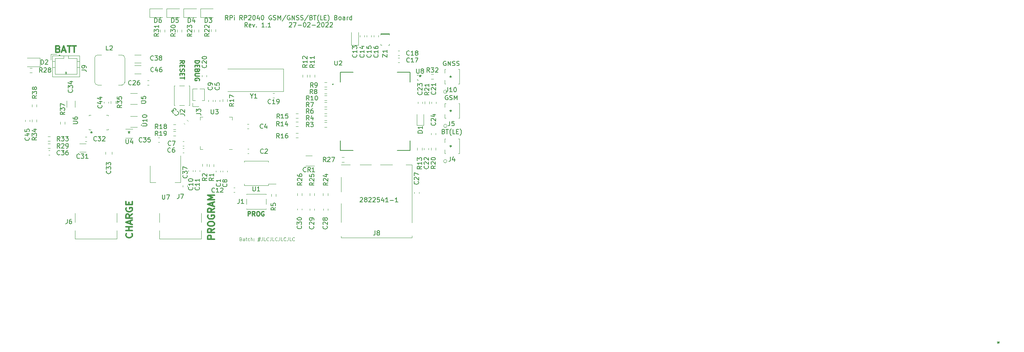
<source format=gbr>
%TF.GenerationSoftware,KiCad,Pcbnew,(6.0.2-0)*%
%TF.CreationDate,2022-03-08T16:33:03+01:00*%
%TF.ProjectId,RP2040GPSTracker,52503230-3430-4475-9053-547261636b65,rev?*%
%TF.SameCoordinates,PX4416780PY363af58*%
%TF.FileFunction,Legend,Top*%
%TF.FilePolarity,Positive*%
%FSLAX46Y46*%
G04 Gerber Fmt 4.6, Leading zero omitted, Abs format (unit mm)*
G04 Created by KiCad (PCBNEW (6.0.2-0)) date 2022-03-08 16:33:03*
%MOMM*%
%LPD*%
G01*
G04 APERTURE LIST*
%ADD10C,0.250000*%
%ADD11C,0.300000*%
%ADD12C,0.200000*%
%ADD13C,0.100000*%
%ADD14C,0.150000*%
%ADD15C,0.120000*%
%ADD16C,0.127000*%
G04 APERTURE END LIST*
D10*
X38817619Y41138096D02*
X39817619Y41138096D01*
X39817619Y40900000D01*
X39770000Y40757143D01*
X39674761Y40661905D01*
X39579523Y40614286D01*
X39389047Y40566667D01*
X39246190Y40566667D01*
X39055714Y40614286D01*
X38960476Y40661905D01*
X38865238Y40757143D01*
X38817619Y40900000D01*
X38817619Y41138096D01*
X39341428Y40138096D02*
X39341428Y39804762D01*
X38817619Y39661905D02*
X38817619Y40138096D01*
X39817619Y40138096D01*
X39817619Y39661905D01*
X39341428Y38900000D02*
X39293809Y38757143D01*
X39246190Y38709524D01*
X39150952Y38661905D01*
X39008095Y38661905D01*
X38912857Y38709524D01*
X38865238Y38757143D01*
X38817619Y38852381D01*
X38817619Y39233334D01*
X39817619Y39233334D01*
X39817619Y38900000D01*
X39770000Y38804762D01*
X39722380Y38757143D01*
X39627142Y38709524D01*
X39531904Y38709524D01*
X39436666Y38757143D01*
X39389047Y38804762D01*
X39341428Y38900000D01*
X39341428Y39233334D01*
X39817619Y38233334D02*
X39008095Y38233334D01*
X38912857Y38185715D01*
X38865238Y38138096D01*
X38817619Y38042858D01*
X38817619Y37852381D01*
X38865238Y37757143D01*
X38912857Y37709524D01*
X39008095Y37661905D01*
X39817619Y37661905D01*
X39770000Y36661905D02*
X39817619Y36757143D01*
X39817619Y36900000D01*
X39770000Y37042858D01*
X39674761Y37138096D01*
X39579523Y37185715D01*
X39389047Y37233334D01*
X39246190Y37233334D01*
X39055714Y37185715D01*
X38960476Y37138096D01*
X38865238Y37042858D01*
X38817619Y36900000D01*
X38817619Y36804762D01*
X38865238Y36661905D01*
X38912857Y36614286D01*
X39246190Y36614286D01*
X39246190Y36804762D01*
D11*
X43218571Y946429D02*
X41718571Y946429D01*
X41718571Y1517858D01*
X41790000Y1660715D01*
X41861428Y1732143D01*
X42004285Y1803572D01*
X42218571Y1803572D01*
X42361428Y1732143D01*
X42432857Y1660715D01*
X42504285Y1517858D01*
X42504285Y946429D01*
X43218571Y3303572D02*
X42504285Y2803572D01*
X43218571Y2446429D02*
X41718571Y2446429D01*
X41718571Y3017858D01*
X41790000Y3160715D01*
X41861428Y3232143D01*
X42004285Y3303572D01*
X42218571Y3303572D01*
X42361428Y3232143D01*
X42432857Y3160715D01*
X42504285Y3017858D01*
X42504285Y2446429D01*
X41718571Y4232143D02*
X41718571Y4517858D01*
X41790000Y4660715D01*
X41932857Y4803572D01*
X42218571Y4875000D01*
X42718571Y4875000D01*
X43004285Y4803572D01*
X43147142Y4660715D01*
X43218571Y4517858D01*
X43218571Y4232143D01*
X43147142Y4089286D01*
X43004285Y3946429D01*
X42718571Y3875000D01*
X42218571Y3875000D01*
X41932857Y3946429D01*
X41790000Y4089286D01*
X41718571Y4232143D01*
X41790000Y6303572D02*
X41718571Y6160715D01*
X41718571Y5946429D01*
X41790000Y5732143D01*
X41932857Y5589286D01*
X42075714Y5517858D01*
X42361428Y5446429D01*
X42575714Y5446429D01*
X42861428Y5517858D01*
X43004285Y5589286D01*
X43147142Y5732143D01*
X43218571Y5946429D01*
X43218571Y6089286D01*
X43147142Y6303572D01*
X43075714Y6375000D01*
X42575714Y6375000D01*
X42575714Y6089286D01*
X43218571Y7875000D02*
X42504285Y7375000D01*
X43218571Y7017858D02*
X41718571Y7017858D01*
X41718571Y7589286D01*
X41790000Y7732143D01*
X41861428Y7803572D01*
X42004285Y7875000D01*
X42218571Y7875000D01*
X42361428Y7803572D01*
X42432857Y7732143D01*
X42504285Y7589286D01*
X42504285Y7017858D01*
X42790000Y8446429D02*
X42790000Y9160715D01*
X43218571Y8303572D02*
X41718571Y8803572D01*
X43218571Y9303572D01*
X43218571Y9803572D02*
X41718571Y9803572D01*
X42790000Y10303572D01*
X41718571Y10803572D01*
X43218571Y10803572D01*
D12*
X46270952Y50302620D02*
X45937619Y50778810D01*
X45699523Y50302620D02*
X45699523Y51302620D01*
X46080476Y51302620D01*
X46175714Y51255000D01*
X46223333Y51207381D01*
X46270952Y51112143D01*
X46270952Y50969286D01*
X46223333Y50874048D01*
X46175714Y50826429D01*
X46080476Y50778810D01*
X45699523Y50778810D01*
X46699523Y50302620D02*
X46699523Y51302620D01*
X47080476Y51302620D01*
X47175714Y51255000D01*
X47223333Y51207381D01*
X47270952Y51112143D01*
X47270952Y50969286D01*
X47223333Y50874048D01*
X47175714Y50826429D01*
X47080476Y50778810D01*
X46699523Y50778810D01*
X47699523Y50302620D02*
X47699523Y50969286D01*
X47699523Y51302620D02*
X47651904Y51255000D01*
X47699523Y51207381D01*
X47747142Y51255000D01*
X47699523Y51302620D01*
X47699523Y51207381D01*
X49509047Y50302620D02*
X49175714Y50778810D01*
X48937619Y50302620D02*
X48937619Y51302620D01*
X49318571Y51302620D01*
X49413809Y51255000D01*
X49461428Y51207381D01*
X49509047Y51112143D01*
X49509047Y50969286D01*
X49461428Y50874048D01*
X49413809Y50826429D01*
X49318571Y50778810D01*
X48937619Y50778810D01*
X49937619Y50302620D02*
X49937619Y51302620D01*
X50318571Y51302620D01*
X50413809Y51255000D01*
X50461428Y51207381D01*
X50509047Y51112143D01*
X50509047Y50969286D01*
X50461428Y50874048D01*
X50413809Y50826429D01*
X50318571Y50778810D01*
X49937619Y50778810D01*
X50890000Y51207381D02*
X50937619Y51255000D01*
X51032857Y51302620D01*
X51270952Y51302620D01*
X51366190Y51255000D01*
X51413809Y51207381D01*
X51461428Y51112143D01*
X51461428Y51016905D01*
X51413809Y50874048D01*
X50842380Y50302620D01*
X51461428Y50302620D01*
X52080476Y51302620D02*
X52175714Y51302620D01*
X52270952Y51255000D01*
X52318571Y51207381D01*
X52366190Y51112143D01*
X52413809Y50921667D01*
X52413809Y50683572D01*
X52366190Y50493096D01*
X52318571Y50397858D01*
X52270952Y50350239D01*
X52175714Y50302620D01*
X52080476Y50302620D01*
X51985238Y50350239D01*
X51937619Y50397858D01*
X51890000Y50493096D01*
X51842380Y50683572D01*
X51842380Y50921667D01*
X51890000Y51112143D01*
X51937619Y51207381D01*
X51985238Y51255000D01*
X52080476Y51302620D01*
X53270952Y50969286D02*
X53270952Y50302620D01*
X53032857Y51350239D02*
X52794761Y50635953D01*
X53413809Y50635953D01*
X53985238Y51302620D02*
X54080476Y51302620D01*
X54175714Y51255000D01*
X54223333Y51207381D01*
X54270952Y51112143D01*
X54318571Y50921667D01*
X54318571Y50683572D01*
X54270952Y50493096D01*
X54223333Y50397858D01*
X54175714Y50350239D01*
X54080476Y50302620D01*
X53985238Y50302620D01*
X53890000Y50350239D01*
X53842380Y50397858D01*
X53794761Y50493096D01*
X53747142Y50683572D01*
X53747142Y50921667D01*
X53794761Y51112143D01*
X53842380Y51207381D01*
X53890000Y51255000D01*
X53985238Y51302620D01*
X56032857Y51255000D02*
X55937619Y51302620D01*
X55794761Y51302620D01*
X55651904Y51255000D01*
X55556666Y51159762D01*
X55509047Y51064524D01*
X55461428Y50874048D01*
X55461428Y50731191D01*
X55509047Y50540715D01*
X55556666Y50445477D01*
X55651904Y50350239D01*
X55794761Y50302620D01*
X55890000Y50302620D01*
X56032857Y50350239D01*
X56080476Y50397858D01*
X56080476Y50731191D01*
X55890000Y50731191D01*
X56461428Y50350239D02*
X56604285Y50302620D01*
X56842380Y50302620D01*
X56937619Y50350239D01*
X56985238Y50397858D01*
X57032857Y50493096D01*
X57032857Y50588334D01*
X56985238Y50683572D01*
X56937619Y50731191D01*
X56842380Y50778810D01*
X56651904Y50826429D01*
X56556666Y50874048D01*
X56509047Y50921667D01*
X56461428Y51016905D01*
X56461428Y51112143D01*
X56509047Y51207381D01*
X56556666Y51255000D01*
X56651904Y51302620D01*
X56890000Y51302620D01*
X57032857Y51255000D01*
X57461428Y50302620D02*
X57461428Y51302620D01*
X57794761Y50588334D01*
X58128095Y51302620D01*
X58128095Y50302620D01*
X59318571Y51350239D02*
X58461428Y50064524D01*
X60175714Y51255000D02*
X60080476Y51302620D01*
X59937619Y51302620D01*
X59794761Y51255000D01*
X59699523Y51159762D01*
X59651904Y51064524D01*
X59604285Y50874048D01*
X59604285Y50731191D01*
X59651904Y50540715D01*
X59699523Y50445477D01*
X59794761Y50350239D01*
X59937619Y50302620D01*
X60032857Y50302620D01*
X60175714Y50350239D01*
X60223333Y50397858D01*
X60223333Y50731191D01*
X60032857Y50731191D01*
X60651904Y50302620D02*
X60651904Y51302620D01*
X61223333Y50302620D01*
X61223333Y51302620D01*
X61651904Y50350239D02*
X61794761Y50302620D01*
X62032857Y50302620D01*
X62128095Y50350239D01*
X62175714Y50397858D01*
X62223333Y50493096D01*
X62223333Y50588334D01*
X62175714Y50683572D01*
X62128095Y50731191D01*
X62032857Y50778810D01*
X61842380Y50826429D01*
X61747142Y50874048D01*
X61699523Y50921667D01*
X61651904Y51016905D01*
X61651904Y51112143D01*
X61699523Y51207381D01*
X61747142Y51255000D01*
X61842380Y51302620D01*
X62080476Y51302620D01*
X62223333Y51255000D01*
X62604285Y50350239D02*
X62747142Y50302620D01*
X62985238Y50302620D01*
X63080476Y50350239D01*
X63128095Y50397858D01*
X63175714Y50493096D01*
X63175714Y50588334D01*
X63128095Y50683572D01*
X63080476Y50731191D01*
X62985238Y50778810D01*
X62794761Y50826429D01*
X62699523Y50874048D01*
X62651904Y50921667D01*
X62604285Y51016905D01*
X62604285Y51112143D01*
X62651904Y51207381D01*
X62699523Y51255000D01*
X62794761Y51302620D01*
X63032857Y51302620D01*
X63175714Y51255000D01*
X64318571Y51350239D02*
X63461428Y50064524D01*
X64985238Y50826429D02*
X65128095Y50778810D01*
X65175714Y50731191D01*
X65223333Y50635953D01*
X65223333Y50493096D01*
X65175714Y50397858D01*
X65128095Y50350239D01*
X65032857Y50302620D01*
X64651904Y50302620D01*
X64651904Y51302620D01*
X64985238Y51302620D01*
X65080476Y51255000D01*
X65128095Y51207381D01*
X65175714Y51112143D01*
X65175714Y51016905D01*
X65128095Y50921667D01*
X65080476Y50874048D01*
X64985238Y50826429D01*
X64651904Y50826429D01*
X65509047Y51302620D02*
X66080476Y51302620D01*
X65794761Y50302620D02*
X65794761Y51302620D01*
X66699523Y49921667D02*
X66651904Y49969286D01*
X66556666Y50112143D01*
X66509047Y50207381D01*
X66461428Y50350239D01*
X66413809Y50588334D01*
X66413809Y50778810D01*
X66461428Y51016905D01*
X66509047Y51159762D01*
X66556666Y51255000D01*
X66651904Y51397858D01*
X66699523Y51445477D01*
X67556666Y50302620D02*
X67080476Y50302620D01*
X67080476Y51302620D01*
X67890000Y50826429D02*
X68223333Y50826429D01*
X68366190Y50302620D02*
X67890000Y50302620D01*
X67890000Y51302620D01*
X68366190Y51302620D01*
X68699523Y49921667D02*
X68747142Y49969286D01*
X68842380Y50112143D01*
X68890000Y50207381D01*
X68937619Y50350239D01*
X68985238Y50588334D01*
X68985238Y50778810D01*
X68937619Y51016905D01*
X68890000Y51159762D01*
X68842380Y51255000D01*
X68747142Y51397858D01*
X68699523Y51445477D01*
X70556666Y50826429D02*
X70699523Y50778810D01*
X70747142Y50731191D01*
X70794761Y50635953D01*
X70794761Y50493096D01*
X70747142Y50397858D01*
X70699523Y50350239D01*
X70604285Y50302620D01*
X70223333Y50302620D01*
X70223333Y51302620D01*
X70556666Y51302620D01*
X70651904Y51255000D01*
X70699523Y51207381D01*
X70747142Y51112143D01*
X70747142Y51016905D01*
X70699523Y50921667D01*
X70651904Y50874048D01*
X70556666Y50826429D01*
X70223333Y50826429D01*
X71366190Y50302620D02*
X71270952Y50350239D01*
X71223333Y50397858D01*
X71175714Y50493096D01*
X71175714Y50778810D01*
X71223333Y50874048D01*
X71270952Y50921667D01*
X71366190Y50969286D01*
X71509047Y50969286D01*
X71604285Y50921667D01*
X71651904Y50874048D01*
X71699523Y50778810D01*
X71699523Y50493096D01*
X71651904Y50397858D01*
X71604285Y50350239D01*
X71509047Y50302620D01*
X71366190Y50302620D01*
X72556666Y50302620D02*
X72556666Y50826429D01*
X72509047Y50921667D01*
X72413809Y50969286D01*
X72223333Y50969286D01*
X72128095Y50921667D01*
X72556666Y50350239D02*
X72461428Y50302620D01*
X72223333Y50302620D01*
X72128095Y50350239D01*
X72080476Y50445477D01*
X72080476Y50540715D01*
X72128095Y50635953D01*
X72223333Y50683572D01*
X72461428Y50683572D01*
X72556666Y50731191D01*
X73032857Y50302620D02*
X73032857Y50969286D01*
X73032857Y50778810D02*
X73080476Y50874048D01*
X73128095Y50921667D01*
X73223333Y50969286D01*
X73318571Y50969286D01*
X74080476Y50302620D02*
X74080476Y51302620D01*
X74080476Y50350239D02*
X73985238Y50302620D01*
X73794761Y50302620D01*
X73699523Y50350239D01*
X73651904Y50397858D01*
X73604285Y50493096D01*
X73604285Y50778810D01*
X73651904Y50874048D01*
X73699523Y50921667D01*
X73794761Y50969286D01*
X73985238Y50969286D01*
X74080476Y50921667D01*
X50628095Y48692620D02*
X50294761Y49168810D01*
X50056666Y48692620D02*
X50056666Y49692620D01*
X50437619Y49692620D01*
X50532857Y49645000D01*
X50580476Y49597381D01*
X50628095Y49502143D01*
X50628095Y49359286D01*
X50580476Y49264048D01*
X50532857Y49216429D01*
X50437619Y49168810D01*
X50056666Y49168810D01*
X51437619Y48740239D02*
X51342380Y48692620D01*
X51151904Y48692620D01*
X51056666Y48740239D01*
X51009047Y48835477D01*
X51009047Y49216429D01*
X51056666Y49311667D01*
X51151904Y49359286D01*
X51342380Y49359286D01*
X51437619Y49311667D01*
X51485238Y49216429D01*
X51485238Y49121191D01*
X51009047Y49025953D01*
X51818571Y49359286D02*
X52056666Y48692620D01*
X52294761Y49359286D01*
X52675714Y48787858D02*
X52723333Y48740239D01*
X52675714Y48692620D01*
X52628095Y48740239D01*
X52675714Y48787858D01*
X52675714Y48692620D01*
X54437619Y48692620D02*
X53866190Y48692620D01*
X54151904Y48692620D02*
X54151904Y49692620D01*
X54056666Y49549762D01*
X53961428Y49454524D01*
X53866190Y49406905D01*
X54866190Y48787858D02*
X54913809Y48740239D01*
X54866190Y48692620D01*
X54818571Y48740239D01*
X54866190Y48787858D01*
X54866190Y48692620D01*
X55866190Y48692620D02*
X55294761Y48692620D01*
X55580476Y48692620D02*
X55580476Y49692620D01*
X55485238Y49549762D01*
X55390000Y49454524D01*
X55294761Y49406905D01*
X60056666Y49597381D02*
X60104285Y49645000D01*
X60199523Y49692620D01*
X60437619Y49692620D01*
X60532857Y49645000D01*
X60580476Y49597381D01*
X60628095Y49502143D01*
X60628095Y49406905D01*
X60580476Y49264048D01*
X60009047Y48692620D01*
X60628095Y48692620D01*
X60961428Y49692620D02*
X61628095Y49692620D01*
X61199523Y48692620D01*
X62009047Y49073572D02*
X62770952Y49073572D01*
X63437619Y49692620D02*
X63532857Y49692620D01*
X63628095Y49645000D01*
X63675714Y49597381D01*
X63723333Y49502143D01*
X63770952Y49311667D01*
X63770952Y49073572D01*
X63723333Y48883096D01*
X63675714Y48787858D01*
X63628095Y48740239D01*
X63532857Y48692620D01*
X63437619Y48692620D01*
X63342380Y48740239D01*
X63294761Y48787858D01*
X63247142Y48883096D01*
X63199523Y49073572D01*
X63199523Y49311667D01*
X63247142Y49502143D01*
X63294761Y49597381D01*
X63342380Y49645000D01*
X63437619Y49692620D01*
X64151904Y49597381D02*
X64199523Y49645000D01*
X64294761Y49692620D01*
X64532857Y49692620D01*
X64628095Y49645000D01*
X64675714Y49597381D01*
X64723333Y49502143D01*
X64723333Y49406905D01*
X64675714Y49264048D01*
X64104285Y48692620D01*
X64723333Y48692620D01*
X65151904Y49073572D02*
X65913809Y49073572D01*
X66342380Y49597381D02*
X66390000Y49645000D01*
X66485238Y49692620D01*
X66723333Y49692620D01*
X66818571Y49645000D01*
X66866190Y49597381D01*
X66913809Y49502143D01*
X66913809Y49406905D01*
X66866190Y49264048D01*
X66294761Y48692620D01*
X66913809Y48692620D01*
X67532857Y49692620D02*
X67628095Y49692620D01*
X67723333Y49645000D01*
X67770952Y49597381D01*
X67818571Y49502143D01*
X67866190Y49311667D01*
X67866190Y49073572D01*
X67818571Y48883096D01*
X67770952Y48787858D01*
X67723333Y48740239D01*
X67628095Y48692620D01*
X67532857Y48692620D01*
X67437619Y48740239D01*
X67390000Y48787858D01*
X67342380Y48883096D01*
X67294761Y49073572D01*
X67294761Y49311667D01*
X67342380Y49502143D01*
X67390000Y49597381D01*
X67437619Y49645000D01*
X67532857Y49692620D01*
X68247142Y49597381D02*
X68294761Y49645000D01*
X68390000Y49692620D01*
X68628095Y49692620D01*
X68723333Y49645000D01*
X68770952Y49597381D01*
X68818571Y49502143D01*
X68818571Y49406905D01*
X68770952Y49264048D01*
X68199523Y48692620D01*
X68818571Y48692620D01*
X69199523Y49597381D02*
X69247142Y49645000D01*
X69342380Y49692620D01*
X69580476Y49692620D01*
X69675714Y49645000D01*
X69723333Y49597381D01*
X69770952Y49502143D01*
X69770952Y49406905D01*
X69723333Y49264048D01*
X69151904Y48692620D01*
X69770952Y48692620D01*
D13*
X49182857Y953572D02*
X49290000Y917858D01*
X49325714Y882143D01*
X49361428Y810715D01*
X49361428Y703572D01*
X49325714Y632143D01*
X49290000Y596429D01*
X49218571Y560715D01*
X48932857Y560715D01*
X48932857Y1310715D01*
X49182857Y1310715D01*
X49254285Y1275000D01*
X49290000Y1239286D01*
X49325714Y1167858D01*
X49325714Y1096429D01*
X49290000Y1025000D01*
X49254285Y989286D01*
X49182857Y953572D01*
X48932857Y953572D01*
X50004285Y560715D02*
X50004285Y953572D01*
X49968571Y1025000D01*
X49897142Y1060715D01*
X49754285Y1060715D01*
X49682857Y1025000D01*
X50004285Y596429D02*
X49932857Y560715D01*
X49754285Y560715D01*
X49682857Y596429D01*
X49647142Y667858D01*
X49647142Y739286D01*
X49682857Y810715D01*
X49754285Y846429D01*
X49932857Y846429D01*
X50004285Y882143D01*
X50254285Y1060715D02*
X50540000Y1060715D01*
X50361428Y1310715D02*
X50361428Y667858D01*
X50397142Y596429D01*
X50468571Y560715D01*
X50540000Y560715D01*
X51111428Y596429D02*
X51040000Y560715D01*
X50897142Y560715D01*
X50825714Y596429D01*
X50790000Y632143D01*
X50754285Y703572D01*
X50754285Y917858D01*
X50790000Y989286D01*
X50825714Y1025000D01*
X50897142Y1060715D01*
X51040000Y1060715D01*
X51111428Y1025000D01*
X51432857Y560715D02*
X51432857Y1310715D01*
X51754285Y560715D02*
X51754285Y953572D01*
X51718571Y1025000D01*
X51647142Y1060715D01*
X51540000Y1060715D01*
X51468571Y1025000D01*
X51432857Y989286D01*
X52111428Y632143D02*
X52147142Y596429D01*
X52111428Y560715D01*
X52075714Y596429D01*
X52111428Y632143D01*
X52111428Y560715D01*
X52111428Y1025000D02*
X52147142Y989286D01*
X52111428Y953572D01*
X52075714Y989286D01*
X52111428Y1025000D01*
X52111428Y953572D01*
X53004285Y1060715D02*
X53540000Y1060715D01*
X53218571Y1382143D02*
X53004285Y417858D01*
X53468571Y739286D02*
X52932857Y739286D01*
X53254285Y417858D02*
X53468571Y1382143D01*
X54004285Y1310715D02*
X54004285Y775000D01*
X53968571Y667858D01*
X53897142Y596429D01*
X53790000Y560715D01*
X53718571Y560715D01*
X54718571Y560715D02*
X54361428Y560715D01*
X54361428Y1310715D01*
X55397142Y632143D02*
X55361428Y596429D01*
X55254285Y560715D01*
X55182857Y560715D01*
X55075714Y596429D01*
X55004285Y667858D01*
X54968571Y739286D01*
X54932857Y882143D01*
X54932857Y989286D01*
X54968571Y1132143D01*
X55004285Y1203572D01*
X55075714Y1275000D01*
X55182857Y1310715D01*
X55254285Y1310715D01*
X55361428Y1275000D01*
X55397142Y1239286D01*
X55932857Y1310715D02*
X55932857Y775000D01*
X55897142Y667858D01*
X55825714Y596429D01*
X55718571Y560715D01*
X55647142Y560715D01*
X56647142Y560715D02*
X56290000Y560715D01*
X56290000Y1310715D01*
X57325714Y632143D02*
X57290000Y596429D01*
X57182857Y560715D01*
X57111428Y560715D01*
X57004285Y596429D01*
X56932857Y667858D01*
X56897142Y739286D01*
X56861428Y882143D01*
X56861428Y989286D01*
X56897142Y1132143D01*
X56932857Y1203572D01*
X57004285Y1275000D01*
X57111428Y1310715D01*
X57182857Y1310715D01*
X57290000Y1275000D01*
X57325714Y1239286D01*
X57861428Y1310715D02*
X57861428Y775000D01*
X57825714Y667858D01*
X57754285Y596429D01*
X57647142Y560715D01*
X57575714Y560715D01*
X58575714Y560715D02*
X58218571Y560715D01*
X58218571Y1310715D01*
X59254285Y632143D02*
X59218571Y596429D01*
X59111428Y560715D01*
X59040000Y560715D01*
X58932857Y596429D01*
X58861428Y667858D01*
X58825714Y739286D01*
X58790000Y882143D01*
X58790000Y989286D01*
X58825714Y1132143D01*
X58861428Y1203572D01*
X58932857Y1275000D01*
X59040000Y1310715D01*
X59111428Y1310715D01*
X59218571Y1275000D01*
X59254285Y1239286D01*
X59790000Y1310715D02*
X59790000Y775000D01*
X59754285Y667858D01*
X59682857Y596429D01*
X59575714Y560715D01*
X59504285Y560715D01*
X60504285Y560715D02*
X60147142Y560715D01*
X60147142Y1310715D01*
X61182857Y632143D02*
X61147142Y596429D01*
X61040000Y560715D01*
X60968571Y560715D01*
X60861428Y596429D01*
X60790000Y667858D01*
X60754285Y739286D01*
X60718571Y882143D01*
X60718571Y989286D01*
X60754285Y1132143D01*
X60790000Y1203572D01*
X60861428Y1275000D01*
X60968571Y1310715D01*
X61040000Y1310715D01*
X61147142Y1275000D01*
X61182857Y1239286D01*
D11*
X24675714Y2197143D02*
X24747142Y2125715D01*
X24818571Y1911429D01*
X24818571Y1768572D01*
X24747142Y1554286D01*
X24604285Y1411429D01*
X24461428Y1340000D01*
X24175714Y1268572D01*
X23961428Y1268572D01*
X23675714Y1340000D01*
X23532857Y1411429D01*
X23390000Y1554286D01*
X23318571Y1768572D01*
X23318571Y1911429D01*
X23390000Y2125715D01*
X23461428Y2197143D01*
X24818571Y2840000D02*
X23318571Y2840000D01*
X24032857Y2840000D02*
X24032857Y3697143D01*
X24818571Y3697143D02*
X23318571Y3697143D01*
X24390000Y4340000D02*
X24390000Y5054286D01*
X24818571Y4197143D02*
X23318571Y4697143D01*
X24818571Y5197143D01*
X24818571Y6554286D02*
X24104285Y6054286D01*
X24818571Y5697143D02*
X23318571Y5697143D01*
X23318571Y6268572D01*
X23390000Y6411429D01*
X23461428Y6482858D01*
X23604285Y6554286D01*
X23818571Y6554286D01*
X23961428Y6482858D01*
X24032857Y6411429D01*
X24104285Y6268572D01*
X24104285Y5697143D01*
X23390000Y7982858D02*
X23318571Y7840000D01*
X23318571Y7625715D01*
X23390000Y7411429D01*
X23532857Y7268572D01*
X23675714Y7197143D01*
X23961428Y7125715D01*
X24175714Y7125715D01*
X24461428Y7197143D01*
X24604285Y7268572D01*
X24747142Y7411429D01*
X24818571Y7625715D01*
X24818571Y7768572D01*
X24747142Y7982858D01*
X24675714Y8054286D01*
X24175714Y8054286D01*
X24175714Y7768572D01*
X24032857Y8697143D02*
X24032857Y9197143D01*
X24818571Y9411429D02*
X24818571Y8697143D01*
X23318571Y8697143D01*
X23318571Y9411429D01*
X8111428Y43757143D02*
X8325714Y43685715D01*
X8397142Y43614286D01*
X8468571Y43471429D01*
X8468571Y43257143D01*
X8397142Y43114286D01*
X8325714Y43042858D01*
X8182857Y42971429D01*
X7611428Y42971429D01*
X7611428Y44471429D01*
X8111428Y44471429D01*
X8254285Y44400000D01*
X8325714Y44328572D01*
X8397142Y44185715D01*
X8397142Y44042858D01*
X8325714Y43900000D01*
X8254285Y43828572D01*
X8111428Y43757143D01*
X7611428Y43757143D01*
X9040000Y43400000D02*
X9754285Y43400000D01*
X8897142Y42971429D02*
X9397142Y44471429D01*
X9897142Y42971429D01*
X10182857Y44471429D02*
X11040000Y44471429D01*
X10611428Y42971429D02*
X10611428Y44471429D01*
X11325714Y44471429D02*
X12182857Y44471429D01*
X11754285Y42971429D02*
X11754285Y44471429D01*
D10*
X35467619Y40572381D02*
X35943809Y40905715D01*
X35467619Y41143810D02*
X36467619Y41143810D01*
X36467619Y40762858D01*
X36420000Y40667620D01*
X36372380Y40620000D01*
X36277142Y40572381D01*
X36134285Y40572381D01*
X36039047Y40620000D01*
X35991428Y40667620D01*
X35943809Y40762858D01*
X35943809Y41143810D01*
X35991428Y40143810D02*
X35991428Y39810477D01*
X35467619Y39667620D02*
X35467619Y40143810D01*
X36467619Y40143810D01*
X36467619Y39667620D01*
X35515238Y39286667D02*
X35467619Y39143810D01*
X35467619Y38905715D01*
X35515238Y38810477D01*
X35562857Y38762858D01*
X35658095Y38715239D01*
X35753333Y38715239D01*
X35848571Y38762858D01*
X35896190Y38810477D01*
X35943809Y38905715D01*
X35991428Y39096191D01*
X36039047Y39191429D01*
X36086666Y39239048D01*
X36181904Y39286667D01*
X36277142Y39286667D01*
X36372380Y39239048D01*
X36420000Y39191429D01*
X36467619Y39096191D01*
X36467619Y38858096D01*
X36420000Y38715239D01*
X35991428Y38286667D02*
X35991428Y37953334D01*
X35467619Y37810477D02*
X35467619Y38286667D01*
X36467619Y38286667D01*
X36467619Y37810477D01*
X36467619Y37524762D02*
X36467619Y36953334D01*
X35467619Y37239048D02*
X36467619Y37239048D01*
X50744285Y6177620D02*
X50744285Y7177620D01*
X51125238Y7177620D01*
X51220476Y7130000D01*
X51268095Y7082381D01*
X51315714Y6987143D01*
X51315714Y6844286D01*
X51268095Y6749048D01*
X51220476Y6701429D01*
X51125238Y6653810D01*
X50744285Y6653810D01*
X52315714Y6177620D02*
X51982380Y6653810D01*
X51744285Y6177620D02*
X51744285Y7177620D01*
X52125238Y7177620D01*
X52220476Y7130000D01*
X52268095Y7082381D01*
X52315714Y6987143D01*
X52315714Y6844286D01*
X52268095Y6749048D01*
X52220476Y6701429D01*
X52125238Y6653810D01*
X51744285Y6653810D01*
X52934761Y7177620D02*
X53125238Y7177620D01*
X53220476Y7130000D01*
X53315714Y7034762D01*
X53363333Y6844286D01*
X53363333Y6510953D01*
X53315714Y6320477D01*
X53220476Y6225239D01*
X53125238Y6177620D01*
X52934761Y6177620D01*
X52839523Y6225239D01*
X52744285Y6320477D01*
X52696666Y6510953D01*
X52696666Y6844286D01*
X52744285Y7034762D01*
X52839523Y7130000D01*
X52934761Y7177620D01*
X54315714Y7130000D02*
X54220476Y7177620D01*
X54077619Y7177620D01*
X53934761Y7130000D01*
X53839523Y7034762D01*
X53791904Y6939524D01*
X53744285Y6749048D01*
X53744285Y6606191D01*
X53791904Y6415715D01*
X53839523Y6320477D01*
X53934761Y6225239D01*
X54077619Y6177620D01*
X54172857Y6177620D01*
X54315714Y6225239D01*
X54363333Y6272858D01*
X54363333Y6606191D01*
X54172857Y6606191D01*
D14*
%TO.C,J7*%
X35271466Y11057220D02*
X35271466Y10342934D01*
X35223847Y10200077D01*
X35128609Y10104839D01*
X34985752Y10057220D01*
X34890514Y10057220D01*
X35652419Y11057220D02*
X36319085Y11057220D01*
X35890514Y10057220D01*
%TO.C,C46*%
X29548842Y38702058D02*
X29501223Y38654439D01*
X29358366Y38606820D01*
X29263128Y38606820D01*
X29120271Y38654439D01*
X29025033Y38749677D01*
X28977414Y38844915D01*
X28929795Y39035391D01*
X28929795Y39178248D01*
X28977414Y39368724D01*
X29025033Y39463962D01*
X29120271Y39559200D01*
X29263128Y39606820D01*
X29358366Y39606820D01*
X29501223Y39559200D01*
X29548842Y39511581D01*
X30405985Y39273486D02*
X30405985Y38606820D01*
X30167890Y39654439D02*
X29929795Y38940153D01*
X30548842Y38940153D01*
X31358366Y39606820D02*
X31167890Y39606820D01*
X31072652Y39559200D01*
X31025033Y39511581D01*
X30929795Y39368724D01*
X30882176Y39178248D01*
X30882176Y38797296D01*
X30929795Y38702058D01*
X30977414Y38654439D01*
X31072652Y38606820D01*
X31263128Y38606820D01*
X31358366Y38654439D01*
X31405985Y38702058D01*
X31453604Y38797296D01*
X31453604Y39035391D01*
X31405985Y39130629D01*
X31358366Y39178248D01*
X31263128Y39225867D01*
X31072652Y39225867D01*
X30977414Y39178248D01*
X30929795Y39130629D01*
X30882176Y39035391D01*
%TO.C,R38*%
X3306658Y33278816D02*
X2830468Y32945483D01*
X3306658Y32707388D02*
X2306658Y32707388D01*
X2306658Y33088340D01*
X2354278Y33183578D01*
X2401897Y33231197D01*
X2497135Y33278816D01*
X2639992Y33278816D01*
X2735230Y33231197D01*
X2782849Y33183578D01*
X2830468Y33088340D01*
X2830468Y32707388D01*
X2306658Y33612150D02*
X2306658Y34231197D01*
X2687611Y33897864D01*
X2687611Y34040721D01*
X2735230Y34135959D01*
X2782849Y34183578D01*
X2878087Y34231197D01*
X3116182Y34231197D01*
X3211420Y34183578D01*
X3259039Y34135959D01*
X3306658Y34040721D01*
X3306658Y33755007D01*
X3259039Y33659769D01*
X3211420Y33612150D01*
X2735230Y34802626D02*
X2687611Y34707388D01*
X2639992Y34659769D01*
X2544754Y34612150D01*
X2497135Y34612150D01*
X2401897Y34659769D01*
X2354278Y34707388D01*
X2306658Y34802626D01*
X2306658Y34993102D01*
X2354278Y35088340D01*
X2401897Y35135959D01*
X2497135Y35183578D01*
X2544754Y35183578D01*
X2639992Y35135959D01*
X2687611Y35088340D01*
X2735230Y34993102D01*
X2735230Y34802626D01*
X2782849Y34707388D01*
X2830468Y34659769D01*
X2925706Y34612150D01*
X3116182Y34612150D01*
X3211420Y34659769D01*
X3259039Y34707388D01*
X3306658Y34802626D01*
X3306658Y34993102D01*
X3259039Y35088340D01*
X3211420Y35135959D01*
X3116182Y35183578D01*
X2925706Y35183578D01*
X2830468Y35135959D01*
X2782849Y35088340D01*
X2735230Y34993102D01*
%TO.C,C24*%
X92807142Y27147143D02*
X92854761Y27099524D01*
X92902380Y26956667D01*
X92902380Y26861429D01*
X92854761Y26718572D01*
X92759523Y26623334D01*
X92664285Y26575715D01*
X92473809Y26528096D01*
X92330952Y26528096D01*
X92140476Y26575715D01*
X92045238Y26623334D01*
X91950000Y26718572D01*
X91902380Y26861429D01*
X91902380Y26956667D01*
X91950000Y27099524D01*
X91997619Y27147143D01*
X91997619Y27528096D02*
X91950000Y27575715D01*
X91902380Y27670953D01*
X91902380Y27909048D01*
X91950000Y28004286D01*
X91997619Y28051905D01*
X92092857Y28099524D01*
X92188095Y28099524D01*
X92330952Y28051905D01*
X92902380Y27480477D01*
X92902380Y28099524D01*
X92235714Y28956667D02*
X92902380Y28956667D01*
X91854761Y28718572D02*
X92569047Y28480477D01*
X92569047Y29099524D01*
%TO.C,R32*%
X91547142Y38507620D02*
X91213809Y38983810D01*
X90975714Y38507620D02*
X90975714Y39507620D01*
X91356666Y39507620D01*
X91451904Y39460000D01*
X91499523Y39412381D01*
X91547142Y39317143D01*
X91547142Y39174286D01*
X91499523Y39079048D01*
X91451904Y39031429D01*
X91356666Y38983810D01*
X90975714Y38983810D01*
X91880476Y39507620D02*
X92499523Y39507620D01*
X92166190Y39126667D01*
X92309047Y39126667D01*
X92404285Y39079048D01*
X92451904Y39031429D01*
X92499523Y38936191D01*
X92499523Y38698096D01*
X92451904Y38602858D01*
X92404285Y38555239D01*
X92309047Y38507620D01*
X92023333Y38507620D01*
X91928095Y38555239D01*
X91880476Y38602858D01*
X92880476Y39412381D02*
X92928095Y39460000D01*
X93023333Y39507620D01*
X93261428Y39507620D01*
X93356666Y39460000D01*
X93404285Y39412381D01*
X93451904Y39317143D01*
X93451904Y39221905D01*
X93404285Y39079048D01*
X92832857Y38507620D01*
X93451904Y38507620D01*
%TO.C,C28*%
X68507142Y3847143D02*
X68554761Y3799524D01*
X68602380Y3656667D01*
X68602380Y3561429D01*
X68554761Y3418572D01*
X68459523Y3323334D01*
X68364285Y3275715D01*
X68173809Y3228096D01*
X68030952Y3228096D01*
X67840476Y3275715D01*
X67745238Y3323334D01*
X67650000Y3418572D01*
X67602380Y3561429D01*
X67602380Y3656667D01*
X67650000Y3799524D01*
X67697619Y3847143D01*
X67697619Y4228096D02*
X67650000Y4275715D01*
X67602380Y4370953D01*
X67602380Y4609048D01*
X67650000Y4704286D01*
X67697619Y4751905D01*
X67792857Y4799524D01*
X67888095Y4799524D01*
X68030952Y4751905D01*
X68602380Y4180477D01*
X68602380Y4799524D01*
X68030952Y5370953D02*
X67983333Y5275715D01*
X67935714Y5228096D01*
X67840476Y5180477D01*
X67792857Y5180477D01*
X67697619Y5228096D01*
X67650000Y5275715D01*
X67602380Y5370953D01*
X67602380Y5561429D01*
X67650000Y5656667D01*
X67697619Y5704286D01*
X67792857Y5751905D01*
X67840476Y5751905D01*
X67935714Y5704286D01*
X67983333Y5656667D01*
X68030952Y5561429D01*
X68030952Y5370953D01*
X68078571Y5275715D01*
X68126190Y5228096D01*
X68221428Y5180477D01*
X68411904Y5180477D01*
X68507142Y5228096D01*
X68554761Y5275715D01*
X68602380Y5370953D01*
X68602380Y5561429D01*
X68554761Y5656667D01*
X68507142Y5704286D01*
X68411904Y5751905D01*
X68221428Y5751905D01*
X68126190Y5704286D01*
X68078571Y5656667D01*
X68030952Y5561429D01*
%TO.C,C35*%
X26922142Y22892858D02*
X26874523Y22845239D01*
X26731666Y22797620D01*
X26636428Y22797620D01*
X26493571Y22845239D01*
X26398333Y22940477D01*
X26350714Y23035715D01*
X26303095Y23226191D01*
X26303095Y23369048D01*
X26350714Y23559524D01*
X26398333Y23654762D01*
X26493571Y23750000D01*
X26636428Y23797620D01*
X26731666Y23797620D01*
X26874523Y23750000D01*
X26922142Y23702381D01*
X27255476Y23797620D02*
X27874523Y23797620D01*
X27541190Y23416667D01*
X27684047Y23416667D01*
X27779285Y23369048D01*
X27826904Y23321429D01*
X27874523Y23226191D01*
X27874523Y22988096D01*
X27826904Y22892858D01*
X27779285Y22845239D01*
X27684047Y22797620D01*
X27398333Y22797620D01*
X27303095Y22845239D01*
X27255476Y22892858D01*
X28779285Y23797620D02*
X28303095Y23797620D01*
X28255476Y23321429D01*
X28303095Y23369048D01*
X28398333Y23416667D01*
X28636428Y23416667D01*
X28731666Y23369048D01*
X28779285Y23321429D01*
X28826904Y23226191D01*
X28826904Y22988096D01*
X28779285Y22892858D01*
X28731666Y22845239D01*
X28636428Y22797620D01*
X28398333Y22797620D01*
X28303095Y22845239D01*
X28255476Y22892858D01*
%TO.C,U6*%
X11462380Y26888096D02*
X12271904Y26888096D01*
X12367142Y26935715D01*
X12414761Y26983334D01*
X12462380Y27078572D01*
X12462380Y27269048D01*
X12414761Y27364286D01*
X12367142Y27411905D01*
X12271904Y27459524D01*
X11462380Y27459524D01*
X11462380Y28364286D02*
X11462380Y28173810D01*
X11510000Y28078572D01*
X11557619Y28030953D01*
X11700476Y27935715D01*
X11890952Y27888096D01*
X12271904Y27888096D01*
X12367142Y27935715D01*
X12414761Y27983334D01*
X12462380Y28078572D01*
X12462380Y28269048D01*
X12414761Y28364286D01*
X12367142Y28411905D01*
X12271904Y28459524D01*
X12033809Y28459524D01*
X11938571Y28411905D01*
X11890952Y28364286D01*
X11843333Y28269048D01*
X11843333Y28078572D01*
X11890952Y27983334D01*
X11938571Y27935715D01*
X12033809Y27888096D01*
X15399635Y24994896D02*
X15637731Y24994896D01*
X15542493Y24756801D02*
X15637731Y24994896D01*
X15542493Y25232992D01*
X15828207Y24852039D02*
X15637731Y24994896D01*
X15828207Y25137754D01*
X15399635Y24994896D02*
X15637731Y24994896D01*
X15542493Y24756801D02*
X15637731Y24994896D01*
X15542493Y25232992D01*
X15828207Y24852039D02*
X15637731Y24994896D01*
X15828207Y25137754D01*
%TO.C,U2*%
X70286132Y41074736D02*
X70286132Y40265040D01*
X70333762Y40169782D01*
X70381391Y40122152D01*
X70476649Y40074523D01*
X70667166Y40074523D01*
X70762424Y40122152D01*
X70810054Y40169782D01*
X70857683Y40265040D01*
X70857683Y41074736D01*
X71286345Y40979478D02*
X71333975Y41027107D01*
X71429233Y41074736D01*
X71667379Y41074736D01*
X71762637Y41027107D01*
X71810267Y40979478D01*
X71857896Y40884219D01*
X71857896Y40788961D01*
X71810267Y40646073D01*
X71238716Y40074523D01*
X71857896Y40074523D01*
%TO.C,C34*%
X11268942Y34582143D02*
X11316561Y34534524D01*
X11364180Y34391667D01*
X11364180Y34296429D01*
X11316561Y34153572D01*
X11221323Y34058334D01*
X11126085Y34010715D01*
X10935609Y33963096D01*
X10792752Y33963096D01*
X10602276Y34010715D01*
X10507038Y34058334D01*
X10411800Y34153572D01*
X10364180Y34296429D01*
X10364180Y34391667D01*
X10411800Y34534524D01*
X10459419Y34582143D01*
X10364180Y34915477D02*
X10364180Y35534524D01*
X10745133Y35201191D01*
X10745133Y35344048D01*
X10792752Y35439286D01*
X10840371Y35486905D01*
X10935609Y35534524D01*
X11173704Y35534524D01*
X11268942Y35486905D01*
X11316561Y35439286D01*
X11364180Y35344048D01*
X11364180Y35058334D01*
X11316561Y34963096D01*
X11268942Y34915477D01*
X10697514Y36391667D02*
X11364180Y36391667D01*
X10316561Y36153572D02*
X11030847Y35915477D01*
X11030847Y36534524D01*
%TO.C,R30*%
X34452380Y47207143D02*
X33976190Y46873810D01*
X34452380Y46635715D02*
X33452380Y46635715D01*
X33452380Y47016667D01*
X33500000Y47111905D01*
X33547619Y47159524D01*
X33642857Y47207143D01*
X33785714Y47207143D01*
X33880952Y47159524D01*
X33928571Y47111905D01*
X33976190Y47016667D01*
X33976190Y46635715D01*
X33452380Y47540477D02*
X33452380Y48159524D01*
X33833333Y47826191D01*
X33833333Y47969048D01*
X33880952Y48064286D01*
X33928571Y48111905D01*
X34023809Y48159524D01*
X34261904Y48159524D01*
X34357142Y48111905D01*
X34404761Y48064286D01*
X34452380Y47969048D01*
X34452380Y47683334D01*
X34404761Y47588096D01*
X34357142Y47540477D01*
X33452380Y48778572D02*
X33452380Y48873810D01*
X33500000Y48969048D01*
X33547619Y49016667D01*
X33642857Y49064286D01*
X33833333Y49111905D01*
X34071428Y49111905D01*
X34261904Y49064286D01*
X34357142Y49016667D01*
X34404761Y48969048D01*
X34452380Y48873810D01*
X34452380Y48778572D01*
X34404761Y48683334D01*
X34357142Y48635715D01*
X34261904Y48588096D01*
X34071428Y48540477D01*
X33833333Y48540477D01*
X33642857Y48588096D01*
X33547619Y48635715D01*
X33500000Y48683334D01*
X33452380Y48778572D01*
%TO.C,R16*%
X57820142Y23695220D02*
X57486809Y24171410D01*
X57248714Y23695220D02*
X57248714Y24695220D01*
X57629666Y24695220D01*
X57724904Y24647600D01*
X57772523Y24599981D01*
X57820142Y24504743D01*
X57820142Y24361886D01*
X57772523Y24266648D01*
X57724904Y24219029D01*
X57629666Y24171410D01*
X57248714Y24171410D01*
X58772523Y23695220D02*
X58201095Y23695220D01*
X58486809Y23695220D02*
X58486809Y24695220D01*
X58391571Y24552362D01*
X58296333Y24457124D01*
X58201095Y24409505D01*
X59629666Y24695220D02*
X59439190Y24695220D01*
X59343952Y24647600D01*
X59296333Y24599981D01*
X59201095Y24457124D01*
X59153476Y24266648D01*
X59153476Y23885696D01*
X59201095Y23790458D01*
X59248714Y23742839D01*
X59343952Y23695220D01*
X59534428Y23695220D01*
X59629666Y23742839D01*
X59677285Y23790458D01*
X59724904Y23885696D01*
X59724904Y24123791D01*
X59677285Y24219029D01*
X59629666Y24266648D01*
X59534428Y24314267D01*
X59343952Y24314267D01*
X59248714Y24266648D01*
X59201095Y24219029D01*
X59153476Y24123791D01*
%TO.C,R28*%
X4554642Y38502620D02*
X4221309Y38978810D01*
X3983214Y38502620D02*
X3983214Y39502620D01*
X4364166Y39502620D01*
X4459404Y39455000D01*
X4507023Y39407381D01*
X4554642Y39312143D01*
X4554642Y39169286D01*
X4507023Y39074048D01*
X4459404Y39026429D01*
X4364166Y38978810D01*
X3983214Y38978810D01*
X4935595Y39407381D02*
X4983214Y39455000D01*
X5078452Y39502620D01*
X5316547Y39502620D01*
X5411785Y39455000D01*
X5459404Y39407381D01*
X5507023Y39312143D01*
X5507023Y39216905D01*
X5459404Y39074048D01*
X4887976Y38502620D01*
X5507023Y38502620D01*
X6078452Y39074048D02*
X5983214Y39121667D01*
X5935595Y39169286D01*
X5887976Y39264524D01*
X5887976Y39312143D01*
X5935595Y39407381D01*
X5983214Y39455000D01*
X6078452Y39502620D01*
X6268928Y39502620D01*
X6364166Y39455000D01*
X6411785Y39407381D01*
X6459404Y39312143D01*
X6459404Y39264524D01*
X6411785Y39169286D01*
X6364166Y39121667D01*
X6268928Y39074048D01*
X6078452Y39074048D01*
X5983214Y39026429D01*
X5935595Y38978810D01*
X5887976Y38883572D01*
X5887976Y38693096D01*
X5935595Y38597858D01*
X5983214Y38550239D01*
X6078452Y38502620D01*
X6268928Y38502620D01*
X6364166Y38550239D01*
X6411785Y38597858D01*
X6459404Y38693096D01*
X6459404Y38883572D01*
X6411785Y38978810D01*
X6364166Y39026429D01*
X6268928Y39074048D01*
%TO.C,J4*%
X96256666Y19472620D02*
X96256666Y18758334D01*
X96209047Y18615477D01*
X96113809Y18520239D01*
X95970952Y18472620D01*
X95875714Y18472620D01*
X97161428Y19139286D02*
X97161428Y18472620D01*
X96923333Y19520239D02*
X96685238Y18805953D01*
X97304285Y18805953D01*
X94706666Y25171429D02*
X94849523Y25123810D01*
X94897142Y25076191D01*
X94944761Y24980953D01*
X94944761Y24838096D01*
X94897142Y24742858D01*
X94849523Y24695239D01*
X94754285Y24647620D01*
X94373333Y24647620D01*
X94373333Y25647620D01*
X94706666Y25647620D01*
X94801904Y25600000D01*
X94849523Y25552381D01*
X94897142Y25457143D01*
X94897142Y25361905D01*
X94849523Y25266667D01*
X94801904Y25219048D01*
X94706666Y25171429D01*
X94373333Y25171429D01*
X95230476Y25647620D02*
X95801904Y25647620D01*
X95516190Y24647620D02*
X95516190Y25647620D01*
X96420952Y24266667D02*
X96373333Y24314286D01*
X96278095Y24457143D01*
X96230476Y24552381D01*
X96182857Y24695239D01*
X96135238Y24933334D01*
X96135238Y25123810D01*
X96182857Y25361905D01*
X96230476Y25504762D01*
X96278095Y25600000D01*
X96373333Y25742858D01*
X96420952Y25790477D01*
X97278095Y24647620D02*
X96801904Y24647620D01*
X96801904Y25647620D01*
X97611428Y25171429D02*
X97944761Y25171429D01*
X98087619Y24647620D02*
X97611428Y24647620D01*
X97611428Y25647620D01*
X98087619Y25647620D01*
X98420952Y24266667D02*
X98468571Y24314286D01*
X98563809Y24457143D01*
X98611428Y24552381D01*
X98659047Y24695239D01*
X98706666Y24933334D01*
X98706666Y25123810D01*
X98659047Y25361905D01*
X98611428Y25504762D01*
X98563809Y25600000D01*
X98468571Y25742858D01*
X98420952Y25790477D01*
X96062380Y21883200D02*
X96300476Y21883200D01*
X96205238Y21645105D02*
X96300476Y21883200D01*
X96205238Y22121296D01*
X96490952Y21740343D02*
X96300476Y21883200D01*
X96490952Y22026058D01*
%TO.C,C23*%
X89807142Y34077143D02*
X89854761Y34029524D01*
X89902380Y33886667D01*
X89902380Y33791429D01*
X89854761Y33648572D01*
X89759523Y33553334D01*
X89664285Y33505715D01*
X89473809Y33458096D01*
X89330952Y33458096D01*
X89140476Y33505715D01*
X89045238Y33553334D01*
X88950000Y33648572D01*
X88902380Y33791429D01*
X88902380Y33886667D01*
X88950000Y34029524D01*
X88997619Y34077143D01*
X88997619Y34458096D02*
X88950000Y34505715D01*
X88902380Y34600953D01*
X88902380Y34839048D01*
X88950000Y34934286D01*
X88997619Y34981905D01*
X89092857Y35029524D01*
X89188095Y35029524D01*
X89330952Y34981905D01*
X89902380Y34410477D01*
X89902380Y35029524D01*
X88902380Y35362858D02*
X88902380Y35981905D01*
X89283333Y35648572D01*
X89283333Y35791429D01*
X89330952Y35886667D01*
X89378571Y35934286D01*
X89473809Y35981905D01*
X89711904Y35981905D01*
X89807142Y35934286D01*
X89854761Y35886667D01*
X89902380Y35791429D01*
X89902380Y35505715D01*
X89854761Y35410477D01*
X89807142Y35362858D01*
%TO.C,R7*%
X64474333Y30731620D02*
X64141000Y31207810D01*
X63902904Y30731620D02*
X63902904Y31731620D01*
X64283857Y31731620D01*
X64379095Y31684000D01*
X64426714Y31636381D01*
X64474333Y31541143D01*
X64474333Y31398286D01*
X64426714Y31303048D01*
X64379095Y31255429D01*
X64283857Y31207810D01*
X63902904Y31207810D01*
X64807666Y31731620D02*
X65474333Y31731620D01*
X65045761Y30731620D01*
%TO.C,R19*%
X30529642Y24247620D02*
X30196309Y24723810D01*
X29958214Y24247620D02*
X29958214Y25247620D01*
X30339166Y25247620D01*
X30434404Y25200000D01*
X30482023Y25152381D01*
X30529642Y25057143D01*
X30529642Y24914286D01*
X30482023Y24819048D01*
X30434404Y24771429D01*
X30339166Y24723810D01*
X29958214Y24723810D01*
X31482023Y24247620D02*
X30910595Y24247620D01*
X31196309Y24247620D02*
X31196309Y25247620D01*
X31101071Y25104762D01*
X31005833Y25009524D01*
X30910595Y24961905D01*
X31958214Y24247620D02*
X32148690Y24247620D01*
X32243928Y24295239D01*
X32291547Y24342858D01*
X32386785Y24485715D01*
X32434404Y24676191D01*
X32434404Y25057143D01*
X32386785Y25152381D01*
X32339166Y25200000D01*
X32243928Y25247620D01*
X32053452Y25247620D01*
X31958214Y25200000D01*
X31910595Y25152381D01*
X31862976Y25057143D01*
X31862976Y24819048D01*
X31910595Y24723810D01*
X31958214Y24676191D01*
X32053452Y24628572D01*
X32243928Y24628572D01*
X32339166Y24676191D01*
X32386785Y24723810D01*
X32434404Y24819048D01*
%TO.C,D4*%
X37346904Y49707620D02*
X37346904Y50707620D01*
X37585000Y50707620D01*
X37727857Y50660000D01*
X37823095Y50564762D01*
X37870714Y50469524D01*
X37918333Y50279048D01*
X37918333Y50136191D01*
X37870714Y49945715D01*
X37823095Y49850477D01*
X37727857Y49755239D01*
X37585000Y49707620D01*
X37346904Y49707620D01*
X38775476Y50374286D02*
X38775476Y49707620D01*
X38537380Y50755239D02*
X38299285Y50040953D01*
X38918333Y50040953D01*
%TO.C,C19*%
X55876342Y31506258D02*
X55828723Y31458639D01*
X55685866Y31411020D01*
X55590628Y31411020D01*
X55447771Y31458639D01*
X55352533Y31553877D01*
X55304914Y31649115D01*
X55257295Y31839591D01*
X55257295Y31982448D01*
X55304914Y32172924D01*
X55352533Y32268162D01*
X55447771Y32363400D01*
X55590628Y32411020D01*
X55685866Y32411020D01*
X55828723Y32363400D01*
X55876342Y32315781D01*
X56828723Y31411020D02*
X56257295Y31411020D01*
X56543009Y31411020D02*
X56543009Y32411020D01*
X56447771Y32268162D01*
X56352533Y32172924D01*
X56257295Y32125305D01*
X57304914Y31411020D02*
X57495390Y31411020D01*
X57590628Y31458639D01*
X57638247Y31506258D01*
X57733485Y31649115D01*
X57781104Y31839591D01*
X57781104Y32220543D01*
X57733485Y32315781D01*
X57685866Y32363400D01*
X57590628Y32411020D01*
X57400152Y32411020D01*
X57304914Y32363400D01*
X57257295Y32315781D01*
X57209676Y32220543D01*
X57209676Y31982448D01*
X57257295Y31887210D01*
X57304914Y31839591D01*
X57400152Y31791972D01*
X57590628Y31791972D01*
X57685866Y31839591D01*
X57733485Y31887210D01*
X57781104Y31982448D01*
%TO.C,J9*%
X13442380Y39016667D02*
X14156666Y39016667D01*
X14299523Y38969048D01*
X14394761Y38873810D01*
X14442380Y38730953D01*
X14442380Y38635715D01*
X14442380Y39540477D02*
X14442380Y39730953D01*
X14394761Y39826191D01*
X14347142Y39873810D01*
X14204285Y39969048D01*
X14013809Y40016667D01*
X13632857Y40016667D01*
X13537619Y39969048D01*
X13490000Y39921429D01*
X13442380Y39826191D01*
X13442380Y39635715D01*
X13490000Y39540477D01*
X13537619Y39492858D01*
X13632857Y39445239D01*
X13870952Y39445239D01*
X13966190Y39492858D01*
X14013809Y39540477D01*
X14061428Y39635715D01*
X14061428Y39826191D01*
X14013809Y39921429D01*
X13966190Y39969048D01*
X13870952Y40016667D01*
%TO.C,C8*%
X45971942Y13368734D02*
X46019561Y13321115D01*
X46067180Y13178258D01*
X46067180Y13083020D01*
X46019561Y12940162D01*
X45924323Y12844924D01*
X45829085Y12797305D01*
X45638609Y12749686D01*
X45495752Y12749686D01*
X45305276Y12797305D01*
X45210038Y12844924D01*
X45114800Y12940162D01*
X45067180Y13083020D01*
X45067180Y13178258D01*
X45114800Y13321115D01*
X45162419Y13368734D01*
X45495752Y13940162D02*
X45448133Y13844924D01*
X45400514Y13797305D01*
X45305276Y13749686D01*
X45257657Y13749686D01*
X45162419Y13797305D01*
X45114800Y13844924D01*
X45067180Y13940162D01*
X45067180Y14130639D01*
X45114800Y14225877D01*
X45162419Y14273496D01*
X45257657Y14321115D01*
X45305276Y14321115D01*
X45400514Y14273496D01*
X45448133Y14225877D01*
X45495752Y14130639D01*
X45495752Y13940162D01*
X45543371Y13844924D01*
X45590990Y13797305D01*
X45686228Y13749686D01*
X45876704Y13749686D01*
X45971942Y13797305D01*
X46019561Y13844924D01*
X46067180Y13940162D01*
X46067180Y14130639D01*
X46019561Y14225877D01*
X45971942Y14273496D01*
X45876704Y14321115D01*
X45686228Y14321115D01*
X45590990Y14273496D01*
X45543371Y14225877D01*
X45495752Y14130639D01*
%TO.C,D2*%
X4281904Y40297620D02*
X4281904Y41297620D01*
X4520000Y41297620D01*
X4662857Y41250000D01*
X4758095Y41154762D01*
X4805714Y41059524D01*
X4853333Y40869048D01*
X4853333Y40726191D01*
X4805714Y40535715D01*
X4758095Y40440477D01*
X4662857Y40345239D01*
X4520000Y40297620D01*
X4281904Y40297620D01*
X5234285Y41202381D02*
X5281904Y41250000D01*
X5377142Y41297620D01*
X5615238Y41297620D01*
X5710476Y41250000D01*
X5758095Y41202381D01*
X5805714Y41107143D01*
X5805714Y41011905D01*
X5758095Y40869048D01*
X5186666Y40297620D01*
X5805714Y40297620D01*
%TO.C,R18*%
X30557142Y25787620D02*
X30223809Y26263810D01*
X29985714Y25787620D02*
X29985714Y26787620D01*
X30366666Y26787620D01*
X30461904Y26740000D01*
X30509523Y26692381D01*
X30557142Y26597143D01*
X30557142Y26454286D01*
X30509523Y26359048D01*
X30461904Y26311429D01*
X30366666Y26263810D01*
X29985714Y26263810D01*
X31509523Y25787620D02*
X30938095Y25787620D01*
X31223809Y25787620D02*
X31223809Y26787620D01*
X31128571Y26644762D01*
X31033333Y26549524D01*
X30938095Y26501905D01*
X32080952Y26359048D02*
X31985714Y26406667D01*
X31938095Y26454286D01*
X31890476Y26549524D01*
X31890476Y26597143D01*
X31938095Y26692381D01*
X31985714Y26740000D01*
X32080952Y26787620D01*
X32271428Y26787620D01*
X32366666Y26740000D01*
X32414285Y26692381D01*
X32461904Y26597143D01*
X32461904Y26549524D01*
X32414285Y26454286D01*
X32366666Y26406667D01*
X32271428Y26359048D01*
X32080952Y26359048D01*
X31985714Y26311429D01*
X31938095Y26263810D01*
X31890476Y26168572D01*
X31890476Y25978096D01*
X31938095Y25882858D01*
X31985714Y25835239D01*
X32080952Y25787620D01*
X32271428Y25787620D01*
X32366666Y25835239D01*
X32414285Y25882858D01*
X32461904Y25978096D01*
X32461904Y26168572D01*
X32414285Y26263810D01*
X32366666Y26311429D01*
X32271428Y26359048D01*
%TO.C,C20*%
X41377142Y40157143D02*
X41424761Y40109524D01*
X41472380Y39966667D01*
X41472380Y39871429D01*
X41424761Y39728572D01*
X41329523Y39633334D01*
X41234285Y39585715D01*
X41043809Y39538096D01*
X40900952Y39538096D01*
X40710476Y39585715D01*
X40615238Y39633334D01*
X40520000Y39728572D01*
X40472380Y39871429D01*
X40472380Y39966667D01*
X40520000Y40109524D01*
X40567619Y40157143D01*
X40567619Y40538096D02*
X40520000Y40585715D01*
X40472380Y40680953D01*
X40472380Y40919048D01*
X40520000Y41014286D01*
X40567619Y41061905D01*
X40662857Y41109524D01*
X40758095Y41109524D01*
X40900952Y41061905D01*
X41472380Y40490477D01*
X41472380Y41109524D01*
X40472380Y41728572D02*
X40472380Y41823810D01*
X40520000Y41919048D01*
X40567619Y41966667D01*
X40662857Y42014286D01*
X40853333Y42061905D01*
X41091428Y42061905D01*
X41281904Y42014286D01*
X41377142Y41966667D01*
X41424761Y41919048D01*
X41472380Y41823810D01*
X41472380Y41728572D01*
X41424761Y41633334D01*
X41377142Y41585715D01*
X41281904Y41538096D01*
X41091428Y41490477D01*
X40853333Y41490477D01*
X40662857Y41538096D01*
X40567619Y41585715D01*
X40520000Y41633334D01*
X40472380Y41728572D01*
%TO.C,R27*%
X68259642Y18377620D02*
X67926309Y18853810D01*
X67688214Y18377620D02*
X67688214Y19377620D01*
X68069166Y19377620D01*
X68164404Y19330000D01*
X68212023Y19282381D01*
X68259642Y19187143D01*
X68259642Y19044286D01*
X68212023Y18949048D01*
X68164404Y18901429D01*
X68069166Y18853810D01*
X67688214Y18853810D01*
X68640595Y19282381D02*
X68688214Y19330000D01*
X68783452Y19377620D01*
X69021547Y19377620D01*
X69116785Y19330000D01*
X69164404Y19282381D01*
X69212023Y19187143D01*
X69212023Y19091905D01*
X69164404Y18949048D01*
X68592976Y18377620D01*
X69212023Y18377620D01*
X69545357Y19377620D02*
X70212023Y19377620D01*
X69783452Y18377620D01*
%TO.C,C11*%
X39765142Y12592543D02*
X39812761Y12544924D01*
X39860380Y12402067D01*
X39860380Y12306829D01*
X39812761Y12163972D01*
X39717523Y12068734D01*
X39622285Y12021115D01*
X39431809Y11973496D01*
X39288952Y11973496D01*
X39098476Y12021115D01*
X39003238Y12068734D01*
X38908000Y12163972D01*
X38860380Y12306829D01*
X38860380Y12402067D01*
X38908000Y12544924D01*
X38955619Y12592543D01*
X39860380Y13544924D02*
X39860380Y12973496D01*
X39860380Y13259210D02*
X38860380Y13259210D01*
X39003238Y13163972D01*
X39098476Y13068734D01*
X39146095Y12973496D01*
X39860380Y14497305D02*
X39860380Y13925877D01*
X39860380Y14211591D02*
X38860380Y14211591D01*
X39003238Y14116353D01*
X39098476Y14021115D01*
X39146095Y13925877D01*
%TO.C,R22*%
X42012380Y47217143D02*
X41536190Y46883810D01*
X42012380Y46645715D02*
X41012380Y46645715D01*
X41012380Y47026667D01*
X41060000Y47121905D01*
X41107619Y47169524D01*
X41202857Y47217143D01*
X41345714Y47217143D01*
X41440952Y47169524D01*
X41488571Y47121905D01*
X41536190Y47026667D01*
X41536190Y46645715D01*
X41107619Y47598096D02*
X41060000Y47645715D01*
X41012380Y47740953D01*
X41012380Y47979048D01*
X41060000Y48074286D01*
X41107619Y48121905D01*
X41202857Y48169524D01*
X41298095Y48169524D01*
X41440952Y48121905D01*
X42012380Y47550477D01*
X42012380Y48169524D01*
X41107619Y48550477D02*
X41060000Y48598096D01*
X41012380Y48693334D01*
X41012380Y48931429D01*
X41060000Y49026667D01*
X41107619Y49074286D01*
X41202857Y49121905D01*
X41298095Y49121905D01*
X41440952Y49074286D01*
X42012380Y48502858D01*
X42012380Y49121905D01*
%TO.C,R8*%
X65298333Y33651420D02*
X64965000Y34127610D01*
X64726904Y33651420D02*
X64726904Y34651420D01*
X65107857Y34651420D01*
X65203095Y34603800D01*
X65250714Y34556181D01*
X65298333Y34460943D01*
X65298333Y34318086D01*
X65250714Y34222848D01*
X65203095Y34175229D01*
X65107857Y34127610D01*
X64726904Y34127610D01*
X65869761Y34222848D02*
X65774523Y34270467D01*
X65726904Y34318086D01*
X65679285Y34413324D01*
X65679285Y34460943D01*
X65726904Y34556181D01*
X65774523Y34603800D01*
X65869761Y34651420D01*
X66060238Y34651420D01*
X66155476Y34603800D01*
X66203095Y34556181D01*
X66250714Y34460943D01*
X66250714Y34413324D01*
X66203095Y34318086D01*
X66155476Y34270467D01*
X66060238Y34222848D01*
X65869761Y34222848D01*
X65774523Y34175229D01*
X65726904Y34127610D01*
X65679285Y34032372D01*
X65679285Y33841896D01*
X65726904Y33746658D01*
X65774523Y33699039D01*
X65869761Y33651420D01*
X66060238Y33651420D01*
X66155476Y33699039D01*
X66203095Y33746658D01*
X66250714Y33841896D01*
X66250714Y34032372D01*
X66203095Y34127610D01*
X66155476Y34175229D01*
X66060238Y34222848D01*
%TO.C,R25*%
X65612380Y13657143D02*
X65136190Y13323810D01*
X65612380Y13085715D02*
X64612380Y13085715D01*
X64612380Y13466667D01*
X64660000Y13561905D01*
X64707619Y13609524D01*
X64802857Y13657143D01*
X64945714Y13657143D01*
X65040952Y13609524D01*
X65088571Y13561905D01*
X65136190Y13466667D01*
X65136190Y13085715D01*
X64707619Y14038096D02*
X64660000Y14085715D01*
X64612380Y14180953D01*
X64612380Y14419048D01*
X64660000Y14514286D01*
X64707619Y14561905D01*
X64802857Y14609524D01*
X64898095Y14609524D01*
X65040952Y14561905D01*
X65612380Y13990477D01*
X65612380Y14609524D01*
X64612380Y15514286D02*
X64612380Y15038096D01*
X65088571Y14990477D01*
X65040952Y15038096D01*
X64993333Y15133334D01*
X64993333Y15371429D01*
X65040952Y15466667D01*
X65088571Y15514286D01*
X65183809Y15561905D01*
X65421904Y15561905D01*
X65517142Y15514286D01*
X65564761Y15466667D01*
X65612380Y15371429D01*
X65612380Y15133334D01*
X65564761Y15038096D01*
X65517142Y14990477D01*
%TO.C,R20*%
X92892380Y17417143D02*
X92416190Y17083810D01*
X92892380Y16845715D02*
X91892380Y16845715D01*
X91892380Y17226667D01*
X91940000Y17321905D01*
X91987619Y17369524D01*
X92082857Y17417143D01*
X92225714Y17417143D01*
X92320952Y17369524D01*
X92368571Y17321905D01*
X92416190Y17226667D01*
X92416190Y16845715D01*
X91987619Y17798096D02*
X91940000Y17845715D01*
X91892380Y17940953D01*
X91892380Y18179048D01*
X91940000Y18274286D01*
X91987619Y18321905D01*
X92082857Y18369524D01*
X92178095Y18369524D01*
X92320952Y18321905D01*
X92892380Y17750477D01*
X92892380Y18369524D01*
X91892380Y18988572D02*
X91892380Y19083810D01*
X91940000Y19179048D01*
X91987619Y19226667D01*
X92082857Y19274286D01*
X92273333Y19321905D01*
X92511428Y19321905D01*
X92701904Y19274286D01*
X92797142Y19226667D01*
X92844761Y19179048D01*
X92892380Y19083810D01*
X92892380Y18988572D01*
X92844761Y18893334D01*
X92797142Y18845715D01*
X92701904Y18798096D01*
X92511428Y18750477D01*
X92273333Y18750477D01*
X92082857Y18798096D01*
X91987619Y18845715D01*
X91940000Y18893334D01*
X91892380Y18988572D01*
%TO.C,R5*%
X56977180Y8058734D02*
X56500990Y7725400D01*
X56977180Y7487305D02*
X55977180Y7487305D01*
X55977180Y7868258D01*
X56024800Y7963496D01*
X56072419Y8011115D01*
X56167657Y8058734D01*
X56310514Y8058734D01*
X56405752Y8011115D01*
X56453371Y7963496D01*
X56500990Y7868258D01*
X56500990Y7487305D01*
X55977180Y8963496D02*
X55977180Y8487305D01*
X56453371Y8439686D01*
X56405752Y8487305D01*
X56358133Y8582543D01*
X56358133Y8820639D01*
X56405752Y8915877D01*
X56453371Y8963496D01*
X56548609Y9011115D01*
X56786704Y9011115D01*
X56881942Y8963496D01*
X56929561Y8915877D01*
X56977180Y8820639D01*
X56977180Y8582543D01*
X56929561Y8487305D01*
X56881942Y8439686D01*
%TO.C,R21*%
X91452380Y33997143D02*
X90976190Y33663810D01*
X91452380Y33425715D02*
X90452380Y33425715D01*
X90452380Y33806667D01*
X90500000Y33901905D01*
X90547619Y33949524D01*
X90642857Y33997143D01*
X90785714Y33997143D01*
X90880952Y33949524D01*
X90928571Y33901905D01*
X90976190Y33806667D01*
X90976190Y33425715D01*
X90547619Y34378096D02*
X90500000Y34425715D01*
X90452380Y34520953D01*
X90452380Y34759048D01*
X90500000Y34854286D01*
X90547619Y34901905D01*
X90642857Y34949524D01*
X90738095Y34949524D01*
X90880952Y34901905D01*
X91452380Y34330477D01*
X91452380Y34949524D01*
X91452380Y35901905D02*
X91452380Y35330477D01*
X91452380Y35616191D02*
X90452380Y35616191D01*
X90595238Y35520953D01*
X90690476Y35425715D01*
X90738095Y35330477D01*
%TO.C,CR1*%
X63793333Y16192858D02*
X63745714Y16145239D01*
X63602857Y16097620D01*
X63507619Y16097620D01*
X63364761Y16145239D01*
X63269523Y16240477D01*
X63221904Y16335715D01*
X63174285Y16526191D01*
X63174285Y16669048D01*
X63221904Y16859524D01*
X63269523Y16954762D01*
X63364761Y17050000D01*
X63507619Y17097620D01*
X63602857Y17097620D01*
X63745714Y17050000D01*
X63793333Y17002381D01*
X64793333Y16097620D02*
X64460000Y16573810D01*
X64221904Y16097620D02*
X64221904Y17097620D01*
X64602857Y17097620D01*
X64698095Y17050000D01*
X64745714Y17002381D01*
X64793333Y16907143D01*
X64793333Y16764286D01*
X64745714Y16669048D01*
X64698095Y16621429D01*
X64602857Y16573810D01*
X64221904Y16573810D01*
X65745714Y16097620D02*
X65174285Y16097620D01*
X65460000Y16097620D02*
X65460000Y17097620D01*
X65364761Y16954762D01*
X65269523Y16859524D01*
X65174285Y16811905D01*
%TO.C,U3*%
X42508095Y30113020D02*
X42508095Y29303496D01*
X42555714Y29208258D01*
X42603333Y29160639D01*
X42698571Y29113020D01*
X42889047Y29113020D01*
X42984285Y29160639D01*
X43031904Y29208258D01*
X43079523Y29303496D01*
X43079523Y30113020D01*
X43460476Y30113020D02*
X44079523Y30113020D01*
X43746190Y29732067D01*
X43889047Y29732067D01*
X43984285Y29684448D01*
X44031904Y29636829D01*
X44079523Y29541591D01*
X44079523Y29303496D01*
X44031904Y29208258D01*
X43984285Y29160639D01*
X43889047Y29113020D01*
X43603333Y29113020D01*
X43508095Y29160639D01*
X43460476Y29208258D01*
%TO.C,L2*%
X19448333Y43472620D02*
X18972142Y43472620D01*
X18972142Y44472620D01*
X19734047Y44377381D02*
X19781666Y44425000D01*
X19876904Y44472620D01*
X20115000Y44472620D01*
X20210238Y44425000D01*
X20257857Y44377381D01*
X20305476Y44282143D01*
X20305476Y44186905D01*
X20257857Y44044048D01*
X19686428Y43472620D01*
X20305476Y43472620D01*
%TO.C,C6*%
X33373333Y20567858D02*
X33325714Y20520239D01*
X33182857Y20472620D01*
X33087619Y20472620D01*
X32944761Y20520239D01*
X32849523Y20615477D01*
X32801904Y20710715D01*
X32754285Y20901191D01*
X32754285Y21044048D01*
X32801904Y21234524D01*
X32849523Y21329762D01*
X32944761Y21425000D01*
X33087619Y21472620D01*
X33182857Y21472620D01*
X33325714Y21425000D01*
X33373333Y21377381D01*
X34230476Y21472620D02*
X34040000Y21472620D01*
X33944761Y21425000D01*
X33897142Y21377381D01*
X33801904Y21234524D01*
X33754285Y21044048D01*
X33754285Y20663096D01*
X33801904Y20567858D01*
X33849523Y20520239D01*
X33944761Y20472620D01*
X34135238Y20472620D01*
X34230476Y20520239D01*
X34278095Y20567858D01*
X34325714Y20663096D01*
X34325714Y20901191D01*
X34278095Y20996429D01*
X34230476Y21044048D01*
X34135238Y21091667D01*
X33944761Y21091667D01*
X33849523Y21044048D01*
X33801904Y20996429D01*
X33754285Y20901191D01*
%TO.C,R23*%
X38162380Y47179643D02*
X37686190Y46846310D01*
X38162380Y46608215D02*
X37162380Y46608215D01*
X37162380Y46989167D01*
X37210000Y47084405D01*
X37257619Y47132024D01*
X37352857Y47179643D01*
X37495714Y47179643D01*
X37590952Y47132024D01*
X37638571Y47084405D01*
X37686190Y46989167D01*
X37686190Y46608215D01*
X37257619Y47560596D02*
X37210000Y47608215D01*
X37162380Y47703453D01*
X37162380Y47941548D01*
X37210000Y48036786D01*
X37257619Y48084405D01*
X37352857Y48132024D01*
X37448095Y48132024D01*
X37590952Y48084405D01*
X38162380Y47512977D01*
X38162380Y48132024D01*
X37162380Y48465358D02*
X37162380Y49084405D01*
X37543333Y48751072D01*
X37543333Y48893929D01*
X37590952Y48989167D01*
X37638571Y49036786D01*
X37733809Y49084405D01*
X37971904Y49084405D01*
X38067142Y49036786D01*
X38114761Y48989167D01*
X38162380Y48893929D01*
X38162380Y48608215D01*
X38114761Y48512977D01*
X38067142Y48465358D01*
%TO.C,C12*%
X43260942Y11567658D02*
X43213323Y11520039D01*
X43070466Y11472420D01*
X42975228Y11472420D01*
X42832371Y11520039D01*
X42737133Y11615277D01*
X42689514Y11710515D01*
X42641895Y11900991D01*
X42641895Y12043848D01*
X42689514Y12234324D01*
X42737133Y12329562D01*
X42832371Y12424800D01*
X42975228Y12472420D01*
X43070466Y12472420D01*
X43213323Y12424800D01*
X43260942Y12377181D01*
X44213323Y11472420D02*
X43641895Y11472420D01*
X43927609Y11472420D02*
X43927609Y12472420D01*
X43832371Y12329562D01*
X43737133Y12234324D01*
X43641895Y12186705D01*
X44594276Y12377181D02*
X44641895Y12424800D01*
X44737133Y12472420D01*
X44975228Y12472420D01*
X45070466Y12424800D01*
X45118085Y12377181D01*
X45165704Y12281943D01*
X45165704Y12186705D01*
X45118085Y12043848D01*
X44546657Y11472420D01*
X45165704Y11472420D01*
%TO.C,C45*%
X1568053Y23783732D02*
X1615672Y23736113D01*
X1663291Y23593256D01*
X1663291Y23498018D01*
X1615672Y23355161D01*
X1520434Y23259923D01*
X1425196Y23212304D01*
X1234720Y23164685D01*
X1091863Y23164685D01*
X901387Y23212304D01*
X806149Y23259923D01*
X710911Y23355161D01*
X663291Y23498018D01*
X663291Y23593256D01*
X710911Y23736113D01*
X758530Y23783732D01*
X996625Y24640875D02*
X1663291Y24640875D01*
X615672Y24402780D02*
X1329958Y24164685D01*
X1329958Y24783732D01*
X663291Y25640875D02*
X663291Y25164685D01*
X1139482Y25117066D01*
X1091863Y25164685D01*
X1044244Y25259923D01*
X1044244Y25498018D01*
X1091863Y25593256D01*
X1139482Y25640875D01*
X1234720Y25688494D01*
X1472815Y25688494D01*
X1568053Y25640875D01*
X1615672Y25593256D01*
X1663291Y25498018D01*
X1663291Y25259923D01*
X1615672Y25164685D01*
X1568053Y25117066D01*
%TO.C,U10*%
X27042380Y26386905D02*
X27851904Y26386905D01*
X27947142Y26434524D01*
X27994761Y26482143D01*
X28042380Y26577381D01*
X28042380Y26767858D01*
X27994761Y26863096D01*
X27947142Y26910715D01*
X27851904Y26958334D01*
X27042380Y26958334D01*
X28042380Y27958334D02*
X28042380Y27386905D01*
X28042380Y27672620D02*
X27042380Y27672620D01*
X27185238Y27577381D01*
X27280476Y27482143D01*
X27328095Y27386905D01*
X27042380Y28577381D02*
X27042380Y28672620D01*
X27090000Y28767858D01*
X27137619Y28815477D01*
X27232857Y28863096D01*
X27423333Y28910715D01*
X27661428Y28910715D01*
X27851904Y28863096D01*
X27947142Y28815477D01*
X27994761Y28767858D01*
X28042380Y28672620D01*
X28042380Y28577381D01*
X27994761Y28482143D01*
X27947142Y28434524D01*
X27851904Y28386905D01*
X27661428Y28339286D01*
X27423333Y28339286D01*
X27232857Y28386905D01*
X27137619Y28434524D01*
X27090000Y28482143D01*
X27042380Y28577381D01*
%TO.C,R34*%
X3283291Y23818732D02*
X2807101Y23485399D01*
X3283291Y23247304D02*
X2283291Y23247304D01*
X2283291Y23628256D01*
X2330911Y23723494D01*
X2378530Y23771113D01*
X2473768Y23818732D01*
X2616625Y23818732D01*
X2711863Y23771113D01*
X2759482Y23723494D01*
X2807101Y23628256D01*
X2807101Y23247304D01*
X2283291Y24152066D02*
X2283291Y24771113D01*
X2664244Y24437780D01*
X2664244Y24580637D01*
X2711863Y24675875D01*
X2759482Y24723494D01*
X2854720Y24771113D01*
X3092815Y24771113D01*
X3188053Y24723494D01*
X3235672Y24675875D01*
X3283291Y24580637D01*
X3283291Y24294923D01*
X3235672Y24199685D01*
X3188053Y24152066D01*
X2616625Y25628256D02*
X3283291Y25628256D01*
X2235672Y25390161D02*
X2949958Y25152066D01*
X2949958Y25771113D01*
%TO.C,C5*%
X44260942Y35176934D02*
X44308561Y35129315D01*
X44356180Y34986458D01*
X44356180Y34891220D01*
X44308561Y34748362D01*
X44213323Y34653124D01*
X44118085Y34605505D01*
X43927609Y34557886D01*
X43784752Y34557886D01*
X43594276Y34605505D01*
X43499038Y34653124D01*
X43403800Y34748362D01*
X43356180Y34891220D01*
X43356180Y34986458D01*
X43403800Y35129315D01*
X43451419Y35176934D01*
X43356180Y36081696D02*
X43356180Y35605505D01*
X43832371Y35557886D01*
X43784752Y35605505D01*
X43737133Y35700743D01*
X43737133Y35938839D01*
X43784752Y36034077D01*
X43832371Y36081696D01*
X43927609Y36129315D01*
X44165704Y36129315D01*
X44260942Y36081696D01*
X44308561Y36034077D01*
X44356180Y35938839D01*
X44356180Y35700743D01*
X44308561Y35605505D01*
X44260942Y35557886D01*
%TO.C,R4*%
X64497883Y27736420D02*
X64164550Y28212610D01*
X63926454Y27736420D02*
X63926454Y28736420D01*
X64307407Y28736420D01*
X64402645Y28688800D01*
X64450264Y28641181D01*
X64497883Y28545943D01*
X64497883Y28403086D01*
X64450264Y28307848D01*
X64402645Y28260229D01*
X64307407Y28212610D01*
X63926454Y28212610D01*
X65355026Y28403086D02*
X65355026Y27736420D01*
X65116930Y28784039D02*
X64878835Y28069753D01*
X65497883Y28069753D01*
%TO.C,J3*%
X39162380Y29226667D02*
X39876666Y29226667D01*
X40019523Y29179048D01*
X40114761Y29083810D01*
X40162380Y28940953D01*
X40162380Y28845715D01*
X39162380Y29607620D02*
X39162380Y30226667D01*
X39543333Y29893334D01*
X39543333Y30036191D01*
X39590952Y30131429D01*
X39638571Y30179048D01*
X39733809Y30226667D01*
X39971904Y30226667D01*
X40067142Y30179048D01*
X40114761Y30131429D01*
X40162380Y30036191D01*
X40162380Y29750477D01*
X40114761Y29655239D01*
X40067142Y29607620D01*
%TO.C,C38*%
X29498042Y41292858D02*
X29450423Y41245239D01*
X29307566Y41197620D01*
X29212328Y41197620D01*
X29069471Y41245239D01*
X28974233Y41340477D01*
X28926614Y41435715D01*
X28878995Y41626191D01*
X28878995Y41769048D01*
X28926614Y41959524D01*
X28974233Y42054762D01*
X29069471Y42150000D01*
X29212328Y42197620D01*
X29307566Y42197620D01*
X29450423Y42150000D01*
X29498042Y42102381D01*
X29831376Y42197620D02*
X30450423Y42197620D01*
X30117090Y41816667D01*
X30259947Y41816667D01*
X30355185Y41769048D01*
X30402804Y41721429D01*
X30450423Y41626191D01*
X30450423Y41388096D01*
X30402804Y41292858D01*
X30355185Y41245239D01*
X30259947Y41197620D01*
X29974233Y41197620D01*
X29878995Y41245239D01*
X29831376Y41292858D01*
X31021852Y41769048D02*
X30926614Y41816667D01*
X30878995Y41864286D01*
X30831376Y41959524D01*
X30831376Y42007143D01*
X30878995Y42102381D01*
X30926614Y42150000D01*
X31021852Y42197620D01*
X31212328Y42197620D01*
X31307566Y42150000D01*
X31355185Y42102381D01*
X31402804Y42007143D01*
X31402804Y41959524D01*
X31355185Y41864286D01*
X31307566Y41816667D01*
X31212328Y41769048D01*
X31021852Y41769048D01*
X30926614Y41721429D01*
X30878995Y41673810D01*
X30831376Y41578572D01*
X30831376Y41388096D01*
X30878995Y41292858D01*
X30926614Y41245239D01*
X31021852Y41197620D01*
X31212328Y41197620D01*
X31307566Y41245239D01*
X31355185Y41292858D01*
X31402804Y41388096D01*
X31402804Y41578572D01*
X31355185Y41673810D01*
X31307566Y41721429D01*
X31212328Y41769048D01*
%TO.C,C27*%
X88997142Y13917143D02*
X89044761Y13869524D01*
X89092380Y13726667D01*
X89092380Y13631429D01*
X89044761Y13488572D01*
X88949523Y13393334D01*
X88854285Y13345715D01*
X88663809Y13298096D01*
X88520952Y13298096D01*
X88330476Y13345715D01*
X88235238Y13393334D01*
X88140000Y13488572D01*
X88092380Y13631429D01*
X88092380Y13726667D01*
X88140000Y13869524D01*
X88187619Y13917143D01*
X88187619Y14298096D02*
X88140000Y14345715D01*
X88092380Y14440953D01*
X88092380Y14679048D01*
X88140000Y14774286D01*
X88187619Y14821905D01*
X88282857Y14869524D01*
X88378095Y14869524D01*
X88520952Y14821905D01*
X89092380Y14250477D01*
X89092380Y14869524D01*
X88092380Y15202858D02*
X88092380Y15869524D01*
X89092380Y15440953D01*
%TO.C,R12*%
X64042380Y40207143D02*
X63566190Y39873810D01*
X64042380Y39635715D02*
X63042380Y39635715D01*
X63042380Y40016667D01*
X63090000Y40111905D01*
X63137619Y40159524D01*
X63232857Y40207143D01*
X63375714Y40207143D01*
X63470952Y40159524D01*
X63518571Y40111905D01*
X63566190Y40016667D01*
X63566190Y39635715D01*
X64042380Y41159524D02*
X64042380Y40588096D01*
X64042380Y40873810D02*
X63042380Y40873810D01*
X63185238Y40778572D01*
X63280476Y40683334D01*
X63328095Y40588096D01*
X63137619Y41540477D02*
X63090000Y41588096D01*
X63042380Y41683334D01*
X63042380Y41921429D01*
X63090000Y42016667D01*
X63137619Y42064286D01*
X63232857Y42111905D01*
X63328095Y42111905D01*
X63470952Y42064286D01*
X64042380Y41492858D01*
X64042380Y42111905D01*
%TO.C,R26*%
X62902380Y13704643D02*
X62426190Y13371310D01*
X62902380Y13133215D02*
X61902380Y13133215D01*
X61902380Y13514167D01*
X61950000Y13609405D01*
X61997619Y13657024D01*
X62092857Y13704643D01*
X62235714Y13704643D01*
X62330952Y13657024D01*
X62378571Y13609405D01*
X62426190Y13514167D01*
X62426190Y13133215D01*
X61997619Y14085596D02*
X61950000Y14133215D01*
X61902380Y14228453D01*
X61902380Y14466548D01*
X61950000Y14561786D01*
X61997619Y14609405D01*
X62092857Y14657024D01*
X62188095Y14657024D01*
X62330952Y14609405D01*
X62902380Y14037977D01*
X62902380Y14657024D01*
X61902380Y15514167D02*
X61902380Y15323691D01*
X61950000Y15228453D01*
X61997619Y15180834D01*
X62140476Y15085596D01*
X62330952Y15037977D01*
X62711904Y15037977D01*
X62807142Y15085596D01*
X62854761Y15133215D01*
X62902380Y15228453D01*
X62902380Y15418929D01*
X62854761Y15514167D01*
X62807142Y15561786D01*
X62711904Y15609405D01*
X62473809Y15609405D01*
X62378571Y15561786D01*
X62330952Y15514167D01*
X62283333Y15418929D01*
X62283333Y15228453D01*
X62330952Y15133215D01*
X62378571Y15085596D01*
X62473809Y15037977D01*
%TO.C,U7*%
X31528195Y10925075D02*
X31528195Y10115551D01*
X31575814Y10020313D01*
X31623433Y9972694D01*
X31718671Y9925075D01*
X31909147Y9925075D01*
X32004385Y9972694D01*
X32052004Y10020313D01*
X32099623Y10115551D01*
X32099623Y10925075D01*
X32480576Y10925075D02*
X33147242Y10925075D01*
X32718671Y9925075D01*
%TO.C,C1*%
X44531942Y13448734D02*
X44579561Y13401115D01*
X44627180Y13258258D01*
X44627180Y13163020D01*
X44579561Y13020162D01*
X44484323Y12924924D01*
X44389085Y12877305D01*
X44198609Y12829686D01*
X44055752Y12829686D01*
X43865276Y12877305D01*
X43770038Y12924924D01*
X43674800Y13020162D01*
X43627180Y13163020D01*
X43627180Y13258258D01*
X43674800Y13401115D01*
X43722419Y13448734D01*
X44627180Y14401115D02*
X44627180Y13829686D01*
X44627180Y14115400D02*
X43627180Y14115400D01*
X43770038Y14020162D01*
X43865276Y13924924D01*
X43912895Y13829686D01*
%TO.C,R31*%
X30702380Y47217143D02*
X30226190Y46883810D01*
X30702380Y46645715D02*
X29702380Y46645715D01*
X29702380Y47026667D01*
X29750000Y47121905D01*
X29797619Y47169524D01*
X29892857Y47217143D01*
X30035714Y47217143D01*
X30130952Y47169524D01*
X30178571Y47121905D01*
X30226190Y47026667D01*
X30226190Y46645715D01*
X29702380Y47550477D02*
X29702380Y48169524D01*
X30083333Y47836191D01*
X30083333Y47979048D01*
X30130952Y48074286D01*
X30178571Y48121905D01*
X30273809Y48169524D01*
X30511904Y48169524D01*
X30607142Y48121905D01*
X30654761Y48074286D01*
X30702380Y47979048D01*
X30702380Y47693334D01*
X30654761Y47598096D01*
X30607142Y47550477D01*
X30702380Y49121905D02*
X30702380Y48550477D01*
X30702380Y48836191D02*
X29702380Y48836191D01*
X29845238Y48740953D01*
X29940476Y48645715D01*
X29988095Y48550477D01*
%TO.C,C7*%
X33448333Y22117858D02*
X33400714Y22070239D01*
X33257857Y22022620D01*
X33162619Y22022620D01*
X33019761Y22070239D01*
X32924523Y22165477D01*
X32876904Y22260715D01*
X32829285Y22451191D01*
X32829285Y22594048D01*
X32876904Y22784524D01*
X32924523Y22879762D01*
X33019761Y22975000D01*
X33162619Y23022620D01*
X33257857Y23022620D01*
X33400714Y22975000D01*
X33448333Y22927381D01*
X33781666Y23022620D02*
X34448333Y23022620D01*
X34019761Y22022620D01*
%TO.C,R37*%
X9592380Y29557143D02*
X9116190Y29223810D01*
X9592380Y28985715D02*
X8592380Y28985715D01*
X8592380Y29366667D01*
X8640000Y29461905D01*
X8687619Y29509524D01*
X8782857Y29557143D01*
X8925714Y29557143D01*
X9020952Y29509524D01*
X9068571Y29461905D01*
X9116190Y29366667D01*
X9116190Y28985715D01*
X8592380Y29890477D02*
X8592380Y30509524D01*
X8973333Y30176191D01*
X8973333Y30319048D01*
X9020952Y30414286D01*
X9068571Y30461905D01*
X9163809Y30509524D01*
X9401904Y30509524D01*
X9497142Y30461905D01*
X9544761Y30414286D01*
X9592380Y30319048D01*
X9592380Y30033334D01*
X9544761Y29938096D01*
X9497142Y29890477D01*
X8592380Y30842858D02*
X8592380Y31509524D01*
X9592380Y31080953D01*
%TO.C,D1*%
X89932380Y24831905D02*
X88932380Y24831905D01*
X88932380Y25070000D01*
X88980000Y25212858D01*
X89075238Y25308096D01*
X89170476Y25355715D01*
X89360952Y25403334D01*
X89503809Y25403334D01*
X89694285Y25355715D01*
X89789523Y25308096D01*
X89884761Y25212858D01*
X89932380Y25070000D01*
X89932380Y24831905D01*
X89932380Y26355715D02*
X89932380Y25784286D01*
X89932380Y26070000D02*
X88932380Y26070000D01*
X89075238Y25974762D01*
X89170476Y25879524D01*
X89218095Y25784286D01*
%TO.C,D5*%
X33611904Y49717620D02*
X33611904Y50717620D01*
X33850000Y50717620D01*
X33992857Y50670000D01*
X34088095Y50574762D01*
X34135714Y50479524D01*
X34183333Y50289048D01*
X34183333Y50146191D01*
X34135714Y49955715D01*
X34088095Y49860477D01*
X33992857Y49765239D01*
X33850000Y49717620D01*
X33611904Y49717620D01*
X35088095Y50717620D02*
X34611904Y50717620D01*
X34564285Y50241429D01*
X34611904Y50289048D01*
X34707142Y50336667D01*
X34945238Y50336667D01*
X35040476Y50289048D01*
X35088095Y50241429D01*
X35135714Y50146191D01*
X35135714Y49908096D01*
X35088095Y49812858D01*
X35040476Y49765239D01*
X34945238Y49717620D01*
X34707142Y49717620D01*
X34611904Y49765239D01*
X34564285Y49812858D01*
%TO.C,R13*%
X89792380Y17347143D02*
X89316190Y17013810D01*
X89792380Y16775715D02*
X88792380Y16775715D01*
X88792380Y17156667D01*
X88840000Y17251905D01*
X88887619Y17299524D01*
X88982857Y17347143D01*
X89125714Y17347143D01*
X89220952Y17299524D01*
X89268571Y17251905D01*
X89316190Y17156667D01*
X89316190Y16775715D01*
X89792380Y18299524D02*
X89792380Y17728096D01*
X89792380Y18013810D02*
X88792380Y18013810D01*
X88935238Y17918572D01*
X89030476Y17823334D01*
X89078095Y17728096D01*
X88792380Y18632858D02*
X88792380Y19251905D01*
X89173333Y18918572D01*
X89173333Y19061429D01*
X89220952Y19156667D01*
X89268571Y19204286D01*
X89363809Y19251905D01*
X89601904Y19251905D01*
X89697142Y19204286D01*
X89744761Y19156667D01*
X89792380Y19061429D01*
X89792380Y18775715D01*
X89744761Y18680477D01*
X89697142Y18632858D01*
%TO.C,C30*%
X62717142Y3887143D02*
X62764761Y3839524D01*
X62812380Y3696667D01*
X62812380Y3601429D01*
X62764761Y3458572D01*
X62669523Y3363334D01*
X62574285Y3315715D01*
X62383809Y3268096D01*
X62240952Y3268096D01*
X62050476Y3315715D01*
X61955238Y3363334D01*
X61860000Y3458572D01*
X61812380Y3601429D01*
X61812380Y3696667D01*
X61860000Y3839524D01*
X61907619Y3887143D01*
X61812380Y4220477D02*
X61812380Y4839524D01*
X62193333Y4506191D01*
X62193333Y4649048D01*
X62240952Y4744286D01*
X62288571Y4791905D01*
X62383809Y4839524D01*
X62621904Y4839524D01*
X62717142Y4791905D01*
X62764761Y4744286D01*
X62812380Y4649048D01*
X62812380Y4363334D01*
X62764761Y4268096D01*
X62717142Y4220477D01*
X61812380Y5458572D02*
X61812380Y5553810D01*
X61860000Y5649048D01*
X61907619Y5696667D01*
X62002857Y5744286D01*
X62193333Y5791905D01*
X62431428Y5791905D01*
X62621904Y5744286D01*
X62717142Y5696667D01*
X62764761Y5649048D01*
X62812380Y5553810D01*
X62812380Y5458572D01*
X62764761Y5363334D01*
X62717142Y5315715D01*
X62621904Y5268096D01*
X62431428Y5220477D01*
X62193333Y5220477D01*
X62002857Y5268096D01*
X61907619Y5315715D01*
X61860000Y5363334D01*
X61812380Y5458572D01*
%TO.C,C3*%
X34875522Y29719555D02*
X34942865Y29719555D01*
X35077552Y29652211D01*
X35144896Y29584867D01*
X35212239Y29450180D01*
X35212239Y29315493D01*
X35178568Y29214478D01*
X35077552Y29046119D01*
X34976537Y28945104D01*
X34808178Y28844089D01*
X34707163Y28810417D01*
X34572476Y28810417D01*
X34437789Y28877761D01*
X34370445Y28945104D01*
X34303102Y29079791D01*
X34303102Y29147135D01*
X34000056Y29315493D02*
X33562323Y29753226D01*
X34067400Y29786898D01*
X33966384Y29887913D01*
X33932713Y29988929D01*
X33932713Y30056272D01*
X33966384Y30157287D01*
X34134743Y30325646D01*
X34235758Y30359318D01*
X34303102Y30359318D01*
X34404117Y30325646D01*
X34606148Y30123616D01*
X34639820Y30022600D01*
X34639820Y29955257D01*
%TO.C,U8*%
X88658095Y39277620D02*
X88658095Y38468096D01*
X88705714Y38372858D01*
X88753333Y38325239D01*
X88848571Y38277620D01*
X89039047Y38277620D01*
X89134285Y38325239D01*
X89181904Y38372858D01*
X89229523Y38468096D01*
X89229523Y39277620D01*
X89848571Y38849048D02*
X89753333Y38896667D01*
X89705714Y38944286D01*
X89658095Y39039524D01*
X89658095Y39087143D01*
X89705714Y39182381D01*
X89753333Y39230000D01*
X89848571Y39277620D01*
X90039047Y39277620D01*
X90134285Y39230000D01*
X90181904Y39182381D01*
X90229523Y39087143D01*
X90229523Y39039524D01*
X90181904Y38944286D01*
X90134285Y38896667D01*
X90039047Y38849048D01*
X89848571Y38849048D01*
X89753333Y38801429D01*
X89705714Y38753810D01*
X89658095Y38658572D01*
X89658095Y38468096D01*
X89705714Y38372858D01*
X89753333Y38325239D01*
X89848571Y38277620D01*
X90039047Y38277620D01*
X90134285Y38325239D01*
X90181904Y38372858D01*
X90229523Y38468096D01*
X90229523Y38658572D01*
X90181904Y38753810D01*
X90134285Y38801429D01*
X90039047Y38849048D01*
X89440000Y37887620D02*
X89440000Y37649524D01*
X89201904Y37744762D02*
X89440000Y37649524D01*
X89678095Y37744762D01*
X89297142Y37459048D02*
X89440000Y37649524D01*
X89582857Y37459048D01*
%TO.C,C29*%
X65467142Y3847143D02*
X65514761Y3799524D01*
X65562380Y3656667D01*
X65562380Y3561429D01*
X65514761Y3418572D01*
X65419523Y3323334D01*
X65324285Y3275715D01*
X65133809Y3228096D01*
X64990952Y3228096D01*
X64800476Y3275715D01*
X64705238Y3323334D01*
X64610000Y3418572D01*
X64562380Y3561429D01*
X64562380Y3656667D01*
X64610000Y3799524D01*
X64657619Y3847143D01*
X64657619Y4228096D02*
X64610000Y4275715D01*
X64562380Y4370953D01*
X64562380Y4609048D01*
X64610000Y4704286D01*
X64657619Y4751905D01*
X64752857Y4799524D01*
X64848095Y4799524D01*
X64990952Y4751905D01*
X65562380Y4180477D01*
X65562380Y4799524D01*
X65562380Y5275715D02*
X65562380Y5466191D01*
X65514761Y5561429D01*
X65467142Y5609048D01*
X65324285Y5704286D01*
X65133809Y5751905D01*
X64752857Y5751905D01*
X64657619Y5704286D01*
X64610000Y5656667D01*
X64562380Y5561429D01*
X64562380Y5370953D01*
X64610000Y5275715D01*
X64657619Y5228096D01*
X64752857Y5180477D01*
X64990952Y5180477D01*
X65086190Y5228096D01*
X65133809Y5275715D01*
X65181428Y5370953D01*
X65181428Y5561429D01*
X65133809Y5656667D01*
X65086190Y5704286D01*
X64990952Y5751905D01*
%TO.C,C4*%
X54123333Y25948258D02*
X54075714Y25900639D01*
X53932857Y25853020D01*
X53837619Y25853020D01*
X53694761Y25900639D01*
X53599523Y25995877D01*
X53551904Y26091115D01*
X53504285Y26281591D01*
X53504285Y26424448D01*
X53551904Y26614924D01*
X53599523Y26710162D01*
X53694761Y26805400D01*
X53837619Y26853020D01*
X53932857Y26853020D01*
X54075714Y26805400D01*
X54123333Y26757781D01*
X54980476Y26519686D02*
X54980476Y25853020D01*
X54742380Y26900639D02*
X54504285Y26186353D01*
X55123333Y26186353D01*
%TO.C,R24*%
X68682380Y13657143D02*
X68206190Y13323810D01*
X68682380Y13085715D02*
X67682380Y13085715D01*
X67682380Y13466667D01*
X67730000Y13561905D01*
X67777619Y13609524D01*
X67872857Y13657143D01*
X68015714Y13657143D01*
X68110952Y13609524D01*
X68158571Y13561905D01*
X68206190Y13466667D01*
X68206190Y13085715D01*
X67777619Y14038096D02*
X67730000Y14085715D01*
X67682380Y14180953D01*
X67682380Y14419048D01*
X67730000Y14514286D01*
X67777619Y14561905D01*
X67872857Y14609524D01*
X67968095Y14609524D01*
X68110952Y14561905D01*
X68682380Y13990477D01*
X68682380Y14609524D01*
X68015714Y15466667D02*
X68682380Y15466667D01*
X67634761Y15228572D02*
X68349047Y14990477D01*
X68349047Y15609524D01*
%TO.C,R29*%
X8497142Y21447620D02*
X8163809Y21923810D01*
X7925714Y21447620D02*
X7925714Y22447620D01*
X8306666Y22447620D01*
X8401904Y22400000D01*
X8449523Y22352381D01*
X8497142Y22257143D01*
X8497142Y22114286D01*
X8449523Y22019048D01*
X8401904Y21971429D01*
X8306666Y21923810D01*
X7925714Y21923810D01*
X8878095Y22352381D02*
X8925714Y22400000D01*
X9020952Y22447620D01*
X9259047Y22447620D01*
X9354285Y22400000D01*
X9401904Y22352381D01*
X9449523Y22257143D01*
X9449523Y22161905D01*
X9401904Y22019048D01*
X8830476Y21447620D01*
X9449523Y21447620D01*
X9925714Y21447620D02*
X10116190Y21447620D01*
X10211428Y21495239D01*
X10259047Y21542858D01*
X10354285Y21685715D01*
X10401904Y21876191D01*
X10401904Y22257143D01*
X10354285Y22352381D01*
X10306666Y22400000D01*
X10211428Y22447620D01*
X10020952Y22447620D01*
X9925714Y22400000D01*
X9878095Y22352381D01*
X9830476Y22257143D01*
X9830476Y22019048D01*
X9878095Y21923810D01*
X9925714Y21876191D01*
X10020952Y21828572D01*
X10211428Y21828572D01*
X10306666Y21876191D01*
X10354285Y21923810D01*
X10401904Y22019048D01*
%TO.C,C36*%
X8497142Y19992858D02*
X8449523Y19945239D01*
X8306666Y19897620D01*
X8211428Y19897620D01*
X8068571Y19945239D01*
X7973333Y20040477D01*
X7925714Y20135715D01*
X7878095Y20326191D01*
X7878095Y20469048D01*
X7925714Y20659524D01*
X7973333Y20754762D01*
X8068571Y20850000D01*
X8211428Y20897620D01*
X8306666Y20897620D01*
X8449523Y20850000D01*
X8497142Y20802381D01*
X8830476Y20897620D02*
X9449523Y20897620D01*
X9116190Y20516667D01*
X9259047Y20516667D01*
X9354285Y20469048D01*
X9401904Y20421429D01*
X9449523Y20326191D01*
X9449523Y20088096D01*
X9401904Y19992858D01*
X9354285Y19945239D01*
X9259047Y19897620D01*
X8973333Y19897620D01*
X8878095Y19945239D01*
X8830476Y19992858D01*
X10306666Y20897620D02*
X10116190Y20897620D01*
X10020952Y20850000D01*
X9973333Y20802381D01*
X9878095Y20659524D01*
X9830476Y20469048D01*
X9830476Y20088096D01*
X9878095Y19992858D01*
X9925714Y19945239D01*
X10020952Y19897620D01*
X10211428Y19897620D01*
X10306666Y19945239D01*
X10354285Y19992858D01*
X10401904Y20088096D01*
X10401904Y20326191D01*
X10354285Y20421429D01*
X10306666Y20469048D01*
X10211428Y20516667D01*
X10020952Y20516667D01*
X9925714Y20469048D01*
X9878095Y20421429D01*
X9830476Y20326191D01*
%TO.C,J8*%
X79331666Y2822620D02*
X79331666Y2108334D01*
X79284047Y1965477D01*
X79188809Y1870239D01*
X79045952Y1822620D01*
X78950714Y1822620D01*
X79950714Y2394048D02*
X79855476Y2441667D01*
X79807857Y2489286D01*
X79760238Y2584524D01*
X79760238Y2632143D01*
X79807857Y2727381D01*
X79855476Y2775000D01*
X79950714Y2822620D01*
X80141190Y2822620D01*
X80236428Y2775000D01*
X80284047Y2727381D01*
X80331666Y2632143D01*
X80331666Y2584524D01*
X80284047Y2489286D01*
X80236428Y2441667D01*
X80141190Y2394048D01*
X79950714Y2394048D01*
X79855476Y2346429D01*
X79807857Y2298810D01*
X79760238Y2203572D01*
X79760238Y2013096D01*
X79807857Y1917858D01*
X79855476Y1870239D01*
X79950714Y1822620D01*
X80141190Y1822620D01*
X80236428Y1870239D01*
X80284047Y1917858D01*
X80331666Y2013096D01*
X80331666Y2203572D01*
X80284047Y2298810D01*
X80236428Y2346429D01*
X80141190Y2394048D01*
X75976904Y10202381D02*
X76024523Y10250000D01*
X76119761Y10297620D01*
X76357857Y10297620D01*
X76453095Y10250000D01*
X76500714Y10202381D01*
X76548333Y10107143D01*
X76548333Y10011905D01*
X76500714Y9869048D01*
X75929285Y9297620D01*
X76548333Y9297620D01*
X77119761Y9869048D02*
X77024523Y9916667D01*
X76976904Y9964286D01*
X76929285Y10059524D01*
X76929285Y10107143D01*
X76976904Y10202381D01*
X77024523Y10250000D01*
X77119761Y10297620D01*
X77310238Y10297620D01*
X77405476Y10250000D01*
X77453095Y10202381D01*
X77500714Y10107143D01*
X77500714Y10059524D01*
X77453095Y9964286D01*
X77405476Y9916667D01*
X77310238Y9869048D01*
X77119761Y9869048D01*
X77024523Y9821429D01*
X76976904Y9773810D01*
X76929285Y9678572D01*
X76929285Y9488096D01*
X76976904Y9392858D01*
X77024523Y9345239D01*
X77119761Y9297620D01*
X77310238Y9297620D01*
X77405476Y9345239D01*
X77453095Y9392858D01*
X77500714Y9488096D01*
X77500714Y9678572D01*
X77453095Y9773810D01*
X77405476Y9821429D01*
X77310238Y9869048D01*
X77881666Y10202381D02*
X77929285Y10250000D01*
X78024523Y10297620D01*
X78262619Y10297620D01*
X78357857Y10250000D01*
X78405476Y10202381D01*
X78453095Y10107143D01*
X78453095Y10011905D01*
X78405476Y9869048D01*
X77834047Y9297620D01*
X78453095Y9297620D01*
X78834047Y10202381D02*
X78881666Y10250000D01*
X78976904Y10297620D01*
X79215000Y10297620D01*
X79310238Y10250000D01*
X79357857Y10202381D01*
X79405476Y10107143D01*
X79405476Y10011905D01*
X79357857Y9869048D01*
X78786428Y9297620D01*
X79405476Y9297620D01*
X80310238Y10297620D02*
X79834047Y10297620D01*
X79786428Y9821429D01*
X79834047Y9869048D01*
X79929285Y9916667D01*
X80167380Y9916667D01*
X80262619Y9869048D01*
X80310238Y9821429D01*
X80357857Y9726191D01*
X80357857Y9488096D01*
X80310238Y9392858D01*
X80262619Y9345239D01*
X80167380Y9297620D01*
X79929285Y9297620D01*
X79834047Y9345239D01*
X79786428Y9392858D01*
X81215000Y9964286D02*
X81215000Y9297620D01*
X80976904Y10345239D02*
X80738809Y9630953D01*
X81357857Y9630953D01*
X82262619Y9297620D02*
X81691190Y9297620D01*
X81976904Y9297620D02*
X81976904Y10297620D01*
X81881666Y10154762D01*
X81786428Y10059524D01*
X81691190Y10011905D01*
X82691190Y9678572D02*
X83453095Y9678572D01*
X84453095Y9297620D02*
X83881666Y9297620D01*
X84167380Y9297620D02*
X84167380Y10297620D01*
X84072142Y10154762D01*
X83976904Y10059524D01*
X83881666Y10011905D01*
X219354999Y-22092881D02*
X219354999Y-22330977D01*
X219116903Y-22235739D02*
X219354999Y-22330977D01*
X219593094Y-22235739D01*
X219212141Y-22521453D02*
X219354999Y-22330977D01*
X219497856Y-22521453D01*
X219354999Y-22092881D02*
X219354999Y-22330977D01*
X219116903Y-22235739D02*
X219354999Y-22330977D01*
X219593094Y-22235739D01*
X219212141Y-22521453D02*
X219354999Y-22330977D01*
X219497856Y-22521453D01*
%TO.C,C18*%
X87017142Y42432858D02*
X86969523Y42385239D01*
X86826666Y42337620D01*
X86731428Y42337620D01*
X86588571Y42385239D01*
X86493333Y42480477D01*
X86445714Y42575715D01*
X86398095Y42766191D01*
X86398095Y42909048D01*
X86445714Y43099524D01*
X86493333Y43194762D01*
X86588571Y43290000D01*
X86731428Y43337620D01*
X86826666Y43337620D01*
X86969523Y43290000D01*
X87017142Y43242381D01*
X87969523Y42337620D02*
X87398095Y42337620D01*
X87683809Y42337620D02*
X87683809Y43337620D01*
X87588571Y43194762D01*
X87493333Y43099524D01*
X87398095Y43051905D01*
X88540952Y42909048D02*
X88445714Y42956667D01*
X88398095Y43004286D01*
X88350476Y43099524D01*
X88350476Y43147143D01*
X88398095Y43242381D01*
X88445714Y43290000D01*
X88540952Y43337620D01*
X88731428Y43337620D01*
X88826666Y43290000D01*
X88874285Y43242381D01*
X88921904Y43147143D01*
X88921904Y43099524D01*
X88874285Y43004286D01*
X88826666Y42956667D01*
X88731428Y42909048D01*
X88540952Y42909048D01*
X88445714Y42861429D01*
X88398095Y42813810D01*
X88350476Y42718572D01*
X88350476Y42528096D01*
X88398095Y42432858D01*
X88445714Y42385239D01*
X88540952Y42337620D01*
X88731428Y42337620D01*
X88826666Y42385239D01*
X88874285Y42432858D01*
X88921904Y42528096D01*
X88921904Y42718572D01*
X88874285Y42813810D01*
X88826666Y42861429D01*
X88731428Y42909048D01*
%TO.C,R15*%
X57849242Y28145020D02*
X57515909Y28621210D01*
X57277814Y28145020D02*
X57277814Y29145020D01*
X57658766Y29145020D01*
X57754004Y29097400D01*
X57801623Y29049781D01*
X57849242Y28954543D01*
X57849242Y28811686D01*
X57801623Y28716448D01*
X57754004Y28668829D01*
X57658766Y28621210D01*
X57277814Y28621210D01*
X58801623Y28145020D02*
X58230195Y28145020D01*
X58515909Y28145020D02*
X58515909Y29145020D01*
X58420671Y29002162D01*
X58325433Y28906924D01*
X58230195Y28859305D01*
X59706385Y29145020D02*
X59230195Y29145020D01*
X59182576Y28668829D01*
X59230195Y28716448D01*
X59325433Y28764067D01*
X59563528Y28764067D01*
X59658766Y28716448D01*
X59706385Y28668829D01*
X59754004Y28573591D01*
X59754004Y28335496D01*
X59706385Y28240258D01*
X59658766Y28192639D01*
X59563528Y28145020D01*
X59325433Y28145020D01*
X59230195Y28192639D01*
X59182576Y28240258D01*
%TO.C,R9*%
X65398333Y35147620D02*
X65065000Y35623810D01*
X64826904Y35147620D02*
X64826904Y36147620D01*
X65207857Y36147620D01*
X65303095Y36100000D01*
X65350714Y36052381D01*
X65398333Y35957143D01*
X65398333Y35814286D01*
X65350714Y35719048D01*
X65303095Y35671429D01*
X65207857Y35623810D01*
X64826904Y35623810D01*
X65874523Y35147620D02*
X66065000Y35147620D01*
X66160238Y35195239D01*
X66207857Y35242858D01*
X66303095Y35385715D01*
X66350714Y35576191D01*
X66350714Y35957143D01*
X66303095Y36052381D01*
X66255476Y36100000D01*
X66160238Y36147620D01*
X65969761Y36147620D01*
X65874523Y36100000D01*
X65826904Y36052381D01*
X65779285Y35957143D01*
X65779285Y35719048D01*
X65826904Y35623810D01*
X65874523Y35576191D01*
X65969761Y35528572D01*
X66160238Y35528572D01*
X66255476Y35576191D01*
X66303095Y35623810D01*
X66350714Y35719048D01*
%TO.C,C22*%
X91247142Y17407143D02*
X91294761Y17359524D01*
X91342380Y17216667D01*
X91342380Y17121429D01*
X91294761Y16978572D01*
X91199523Y16883334D01*
X91104285Y16835715D01*
X90913809Y16788096D01*
X90770952Y16788096D01*
X90580476Y16835715D01*
X90485238Y16883334D01*
X90390000Y16978572D01*
X90342380Y17121429D01*
X90342380Y17216667D01*
X90390000Y17359524D01*
X90437619Y17407143D01*
X90437619Y17788096D02*
X90390000Y17835715D01*
X90342380Y17930953D01*
X90342380Y18169048D01*
X90390000Y18264286D01*
X90437619Y18311905D01*
X90532857Y18359524D01*
X90628095Y18359524D01*
X90770952Y18311905D01*
X91342380Y17740477D01*
X91342380Y18359524D01*
X90437619Y18740477D02*
X90390000Y18788096D01*
X90342380Y18883334D01*
X90342380Y19121429D01*
X90390000Y19216667D01*
X90437619Y19264286D01*
X90532857Y19311905D01*
X90628095Y19311905D01*
X90770952Y19264286D01*
X91342380Y18692858D01*
X91342380Y19311905D01*
%TO.C,C37*%
X37047142Y15322143D02*
X37094761Y15274524D01*
X37142380Y15131667D01*
X37142380Y15036429D01*
X37094761Y14893572D01*
X36999523Y14798334D01*
X36904285Y14750715D01*
X36713809Y14703096D01*
X36570952Y14703096D01*
X36380476Y14750715D01*
X36285238Y14798334D01*
X36190000Y14893572D01*
X36142380Y15036429D01*
X36142380Y15131667D01*
X36190000Y15274524D01*
X36237619Y15322143D01*
X36142380Y15655477D02*
X36142380Y16274524D01*
X36523333Y15941191D01*
X36523333Y16084048D01*
X36570952Y16179286D01*
X36618571Y16226905D01*
X36713809Y16274524D01*
X36951904Y16274524D01*
X37047142Y16226905D01*
X37094761Y16179286D01*
X37142380Y16084048D01*
X37142380Y15798334D01*
X37094761Y15703096D01*
X37047142Y15655477D01*
X36142380Y16607858D02*
X36142380Y17274524D01*
X37142380Y16845953D01*
%TO.C,Y1*%
X51588809Y33173810D02*
X51588809Y32697620D01*
X51255476Y33697620D02*
X51588809Y33173810D01*
X51922142Y33697620D01*
X52779285Y32697620D02*
X52207857Y32697620D01*
X52493571Y32697620D02*
X52493571Y33697620D01*
X52398333Y33554762D01*
X52303095Y33459524D01*
X52207857Y33411905D01*
%TO.C,C13*%
X75127142Y42499143D02*
X75174761Y42451524D01*
X75222380Y42308667D01*
X75222380Y42213429D01*
X75174761Y42070572D01*
X75079523Y41975334D01*
X74984285Y41927715D01*
X74793809Y41880096D01*
X74650952Y41880096D01*
X74460476Y41927715D01*
X74365238Y41975334D01*
X74270000Y42070572D01*
X74222380Y42213429D01*
X74222380Y42308667D01*
X74270000Y42451524D01*
X74317619Y42499143D01*
X75222380Y43451524D02*
X75222380Y42880096D01*
X75222380Y43165810D02*
X74222380Y43165810D01*
X74365238Y43070572D01*
X74460476Y42975334D01*
X74508095Y42880096D01*
X74222380Y43784858D02*
X74222380Y44403905D01*
X74603333Y44070572D01*
X74603333Y44213429D01*
X74650952Y44308667D01*
X74698571Y44356286D01*
X74793809Y44403905D01*
X75031904Y44403905D01*
X75127142Y44356286D01*
X75174761Y44308667D01*
X75222380Y44213429D01*
X75222380Y43927715D01*
X75174761Y43832477D01*
X75127142Y43784858D01*
%TO.C,R1*%
X43035380Y14728734D02*
X42559190Y14395400D01*
X43035380Y14157305D02*
X42035380Y14157305D01*
X42035380Y14538258D01*
X42083000Y14633496D01*
X42130619Y14681115D01*
X42225857Y14728734D01*
X42368714Y14728734D01*
X42463952Y14681115D01*
X42511571Y14633496D01*
X42559190Y14538258D01*
X42559190Y14157305D01*
X43035380Y15681115D02*
X43035380Y15109686D01*
X43035380Y15395400D02*
X42035380Y15395400D01*
X42178238Y15300162D01*
X42273476Y15204924D01*
X42321095Y15109686D01*
%TO.C,U5*%
X26792380Y31513096D02*
X27601904Y31513096D01*
X27697142Y31560715D01*
X27744761Y31608334D01*
X27792380Y31703572D01*
X27792380Y31894048D01*
X27744761Y31989286D01*
X27697142Y32036905D01*
X27601904Y32084524D01*
X26792380Y32084524D01*
X26792380Y33036905D02*
X26792380Y32560715D01*
X27268571Y32513096D01*
X27220952Y32560715D01*
X27173333Y32655953D01*
X27173333Y32894048D01*
X27220952Y32989286D01*
X27268571Y33036905D01*
X27363809Y33084524D01*
X27601904Y33084524D01*
X27697142Y33036905D01*
X27744761Y32989286D01*
X27792380Y32894048D01*
X27792380Y32655953D01*
X27744761Y32560715D01*
X27697142Y32513096D01*
%TO.C,Z1*%
X80985180Y41932677D02*
X80985180Y42599343D01*
X81985180Y41932677D01*
X81985180Y42599343D01*
X81985180Y43504105D02*
X81985180Y42932677D01*
X81985180Y43218391D02*
X80985180Y43218391D01*
X81128038Y43123153D01*
X81223276Y43027915D01*
X81270895Y42932677D01*
%TO.C,C2*%
X54201933Y20330658D02*
X54154314Y20283039D01*
X54011457Y20235420D01*
X53916219Y20235420D01*
X53773361Y20283039D01*
X53678123Y20378277D01*
X53630504Y20473515D01*
X53582885Y20663991D01*
X53582885Y20806848D01*
X53630504Y20997324D01*
X53678123Y21092562D01*
X53773361Y21187800D01*
X53916219Y21235420D01*
X54011457Y21235420D01*
X54154314Y21187800D01*
X54201933Y21140181D01*
X54582885Y21140181D02*
X54630504Y21187800D01*
X54725742Y21235420D01*
X54963838Y21235420D01*
X55059076Y21187800D01*
X55106695Y21140181D01*
X55154314Y21044943D01*
X55154314Y20949705D01*
X55106695Y20806848D01*
X54535266Y20235420D01*
X55154314Y20235420D01*
%TO.C,U4*%
X23353095Y23447620D02*
X23353095Y22638096D01*
X23400714Y22542858D01*
X23448333Y22495239D01*
X23543571Y22447620D01*
X23734047Y22447620D01*
X23829285Y22495239D01*
X23876904Y22542858D01*
X23924523Y22638096D01*
X23924523Y23447620D01*
X24829285Y23114286D02*
X24829285Y22447620D01*
X24591190Y23495239D02*
X24353095Y22780953D01*
X24972142Y22780953D01*
X24060000Y25257620D02*
X24060000Y25019524D01*
X23821904Y25114762D02*
X24060000Y25019524D01*
X24298095Y25114762D01*
X23917142Y24829048D02*
X24060000Y25019524D01*
X24202857Y24829048D01*
%TO.C,C16*%
X79914142Y42480343D02*
X79961761Y42432724D01*
X80009380Y42289867D01*
X80009380Y42194629D01*
X79961761Y42051772D01*
X79866523Y41956534D01*
X79771285Y41908915D01*
X79580809Y41861296D01*
X79437952Y41861296D01*
X79247476Y41908915D01*
X79152238Y41956534D01*
X79057000Y42051772D01*
X79009380Y42194629D01*
X79009380Y42289867D01*
X79057000Y42432724D01*
X79104619Y42480343D01*
X80009380Y43432724D02*
X80009380Y42861296D01*
X80009380Y43147010D02*
X79009380Y43147010D01*
X79152238Y43051772D01*
X79247476Y42956534D01*
X79295095Y42861296D01*
X79009380Y44289867D02*
X79009380Y44099391D01*
X79057000Y44004153D01*
X79104619Y43956534D01*
X79247476Y43861296D01*
X79437952Y43813677D01*
X79818904Y43813677D01*
X79914142Y43861296D01*
X79961761Y43908915D01*
X80009380Y44004153D01*
X80009380Y44194629D01*
X79961761Y44289867D01*
X79914142Y44337486D01*
X79818904Y44385105D01*
X79580809Y44385105D01*
X79485571Y44337486D01*
X79437952Y44289867D01*
X79390333Y44194629D01*
X79390333Y44004153D01*
X79437952Y43908915D01*
X79485571Y43861296D01*
X79580809Y43813677D01*
%TO.C,R6*%
X64472883Y29258420D02*
X64139550Y29734610D01*
X63901454Y29258420D02*
X63901454Y30258420D01*
X64282407Y30258420D01*
X64377645Y30210800D01*
X64425264Y30163181D01*
X64472883Y30067943D01*
X64472883Y29925086D01*
X64425264Y29829848D01*
X64377645Y29782229D01*
X64282407Y29734610D01*
X63901454Y29734610D01*
X65330026Y30258420D02*
X65139550Y30258420D01*
X65044311Y30210800D01*
X64996692Y30163181D01*
X64901454Y30020324D01*
X64853835Y29829848D01*
X64853835Y29448896D01*
X64901454Y29353658D01*
X64949073Y29306039D01*
X65044311Y29258420D01*
X65234788Y29258420D01*
X65330026Y29306039D01*
X65377645Y29353658D01*
X65425264Y29448896D01*
X65425264Y29686991D01*
X65377645Y29782229D01*
X65330026Y29829848D01*
X65234788Y29877467D01*
X65044311Y29877467D01*
X64949073Y29829848D01*
X64901454Y29782229D01*
X64853835Y29686991D01*
%TO.C,R3*%
X64498933Y26239820D02*
X64165600Y26716010D01*
X63927504Y26239820D02*
X63927504Y27239820D01*
X64308457Y27239820D01*
X64403695Y27192200D01*
X64451314Y27144581D01*
X64498933Y27049343D01*
X64498933Y26906486D01*
X64451314Y26811248D01*
X64403695Y26763629D01*
X64308457Y26716010D01*
X63927504Y26716010D01*
X64832266Y27239820D02*
X65451314Y27239820D01*
X65117980Y26858867D01*
X65260838Y26858867D01*
X65356076Y26811248D01*
X65403695Y26763629D01*
X65451314Y26668391D01*
X65451314Y26430296D01*
X65403695Y26335058D01*
X65356076Y26287439D01*
X65260838Y26239820D01*
X64975123Y26239820D01*
X64879885Y26287439D01*
X64832266Y26335058D01*
%TO.C,R11*%
X65692380Y40207143D02*
X65216190Y39873810D01*
X65692380Y39635715D02*
X64692380Y39635715D01*
X64692380Y40016667D01*
X64740000Y40111905D01*
X64787619Y40159524D01*
X64882857Y40207143D01*
X65025714Y40207143D01*
X65120952Y40159524D01*
X65168571Y40111905D01*
X65216190Y40016667D01*
X65216190Y39635715D01*
X65692380Y41159524D02*
X65692380Y40588096D01*
X65692380Y40873810D02*
X64692380Y40873810D01*
X64835238Y40778572D01*
X64930476Y40683334D01*
X64978095Y40588096D01*
X65692380Y42111905D02*
X65692380Y41540477D01*
X65692380Y41826191D02*
X64692380Y41826191D01*
X64835238Y41730953D01*
X64930476Y41635715D01*
X64978095Y41540477D01*
%TO.C,C21*%
X92857142Y34137143D02*
X92904761Y34089524D01*
X92952380Y33946667D01*
X92952380Y33851429D01*
X92904761Y33708572D01*
X92809523Y33613334D01*
X92714285Y33565715D01*
X92523809Y33518096D01*
X92380952Y33518096D01*
X92190476Y33565715D01*
X92095238Y33613334D01*
X92000000Y33708572D01*
X91952380Y33851429D01*
X91952380Y33946667D01*
X92000000Y34089524D01*
X92047619Y34137143D01*
X92047619Y34518096D02*
X92000000Y34565715D01*
X91952380Y34660953D01*
X91952380Y34899048D01*
X92000000Y34994286D01*
X92047619Y35041905D01*
X92142857Y35089524D01*
X92238095Y35089524D01*
X92380952Y35041905D01*
X92952380Y34470477D01*
X92952380Y35089524D01*
X92952380Y36041905D02*
X92952380Y35470477D01*
X92952380Y35756191D02*
X91952380Y35756191D01*
X92095238Y35660953D01*
X92190476Y35565715D01*
X92238095Y35470477D01*
%TO.C,R35*%
X22392380Y31107143D02*
X21916190Y30773810D01*
X22392380Y30535715D02*
X21392380Y30535715D01*
X21392380Y30916667D01*
X21440000Y31011905D01*
X21487619Y31059524D01*
X21582857Y31107143D01*
X21725714Y31107143D01*
X21820952Y31059524D01*
X21868571Y31011905D01*
X21916190Y30916667D01*
X21916190Y30535715D01*
X21392380Y31440477D02*
X21392380Y32059524D01*
X21773333Y31726191D01*
X21773333Y31869048D01*
X21820952Y31964286D01*
X21868571Y32011905D01*
X21963809Y32059524D01*
X22201904Y32059524D01*
X22297142Y32011905D01*
X22344761Y31964286D01*
X22392380Y31869048D01*
X22392380Y31583334D01*
X22344761Y31488096D01*
X22297142Y31440477D01*
X21392380Y32964286D02*
X21392380Y32488096D01*
X21868571Y32440477D01*
X21820952Y32488096D01*
X21773333Y32583334D01*
X21773333Y32821429D01*
X21820952Y32916667D01*
X21868571Y32964286D01*
X21963809Y33011905D01*
X22201904Y33011905D01*
X22297142Y32964286D01*
X22344761Y32916667D01*
X22392380Y32821429D01*
X22392380Y32583334D01*
X22344761Y32488096D01*
X22297142Y32440477D01*
%TO.C,J10*%
X95630476Y35097620D02*
X95630476Y34383334D01*
X95582857Y34240477D01*
X95487619Y34145239D01*
X95344761Y34097620D01*
X95249523Y34097620D01*
X96630476Y34097620D02*
X96059047Y34097620D01*
X96344761Y34097620D02*
X96344761Y35097620D01*
X96249523Y34954762D01*
X96154285Y34859524D01*
X96059047Y34811905D01*
X97249523Y35097620D02*
X97344761Y35097620D01*
X97440000Y35050000D01*
X97487619Y35002381D01*
X97535238Y34907143D01*
X97582857Y34716667D01*
X97582857Y34478572D01*
X97535238Y34288096D01*
X97487619Y34192858D01*
X97440000Y34145239D01*
X97344761Y34097620D01*
X97249523Y34097620D01*
X97154285Y34145239D01*
X97106666Y34192858D01*
X97059047Y34288096D01*
X97011428Y34478572D01*
X97011428Y34716667D01*
X97059047Y34907143D01*
X97106666Y35002381D01*
X97154285Y35050000D01*
X97249523Y35097620D01*
X95225714Y40950000D02*
X95130476Y40997620D01*
X94987619Y40997620D01*
X94844761Y40950000D01*
X94749523Y40854762D01*
X94701904Y40759524D01*
X94654285Y40569048D01*
X94654285Y40426191D01*
X94701904Y40235715D01*
X94749523Y40140477D01*
X94844761Y40045239D01*
X94987619Y39997620D01*
X95082857Y39997620D01*
X95225714Y40045239D01*
X95273333Y40092858D01*
X95273333Y40426191D01*
X95082857Y40426191D01*
X95701904Y39997620D02*
X95701904Y40997620D01*
X96273333Y39997620D01*
X96273333Y40997620D01*
X96701904Y40045239D02*
X96844761Y39997620D01*
X97082857Y39997620D01*
X97178095Y40045239D01*
X97225714Y40092858D01*
X97273333Y40188096D01*
X97273333Y40283334D01*
X97225714Y40378572D01*
X97178095Y40426191D01*
X97082857Y40473810D01*
X96892380Y40521429D01*
X96797142Y40569048D01*
X96749523Y40616667D01*
X96701904Y40711905D01*
X96701904Y40807143D01*
X96749523Y40902381D01*
X96797142Y40950000D01*
X96892380Y40997620D01*
X97130476Y40997620D01*
X97273333Y40950000D01*
X97654285Y40045239D02*
X97797142Y39997620D01*
X98035238Y39997620D01*
X98130476Y40045239D01*
X98178095Y40092858D01*
X98225714Y40188096D01*
X98225714Y40283334D01*
X98178095Y40378572D01*
X98130476Y40426191D01*
X98035238Y40473810D01*
X97844761Y40521429D01*
X97749523Y40569048D01*
X97701904Y40616667D01*
X97654285Y40711905D01*
X97654285Y40807143D01*
X97701904Y40902381D01*
X97749523Y40950000D01*
X97844761Y40997620D01*
X98082857Y40997620D01*
X98225714Y40950000D01*
X96062380Y37520000D02*
X96300476Y37520000D01*
X96205238Y37281905D02*
X96300476Y37520000D01*
X96205238Y37758096D01*
X96490952Y37377143D02*
X96300476Y37520000D01*
X96490952Y37662858D01*
%TO.C,C32*%
X16747142Y23142858D02*
X16699523Y23095239D01*
X16556666Y23047620D01*
X16461428Y23047620D01*
X16318571Y23095239D01*
X16223333Y23190477D01*
X16175714Y23285715D01*
X16128095Y23476191D01*
X16128095Y23619048D01*
X16175714Y23809524D01*
X16223333Y23904762D01*
X16318571Y24000000D01*
X16461428Y24047620D01*
X16556666Y24047620D01*
X16699523Y24000000D01*
X16747142Y23952381D01*
X17080476Y24047620D02*
X17699523Y24047620D01*
X17366190Y23666667D01*
X17509047Y23666667D01*
X17604285Y23619048D01*
X17651904Y23571429D01*
X17699523Y23476191D01*
X17699523Y23238096D01*
X17651904Y23142858D01*
X17604285Y23095239D01*
X17509047Y23047620D01*
X17223333Y23047620D01*
X17128095Y23095239D01*
X17080476Y23142858D01*
X18080476Y23952381D02*
X18128095Y24000000D01*
X18223333Y24047620D01*
X18461428Y24047620D01*
X18556666Y24000000D01*
X18604285Y23952381D01*
X18651904Y23857143D01*
X18651904Y23761905D01*
X18604285Y23619048D01*
X18032857Y23047620D01*
X18651904Y23047620D01*
%TO.C,J6*%
X10186066Y5397420D02*
X10186066Y4683134D01*
X10138447Y4540277D01*
X10043209Y4445039D01*
X9900352Y4397420D01*
X9805114Y4397420D01*
X11090828Y5397420D02*
X10900352Y5397420D01*
X10805114Y5349800D01*
X10757495Y5302181D01*
X10662257Y5159324D01*
X10614638Y4968848D01*
X10614638Y4587896D01*
X10662257Y4492658D01*
X10709876Y4445039D01*
X10805114Y4397420D01*
X10995590Y4397420D01*
X11090828Y4445039D01*
X11138447Y4492658D01*
X11186066Y4587896D01*
X11186066Y4825991D01*
X11138447Y4921229D01*
X11090828Y4968848D01*
X10995590Y5016467D01*
X10805114Y5016467D01*
X10709876Y4968848D01*
X10662257Y4921229D01*
X10614638Y4825991D01*
%TO.C,C9*%
X42686142Y35176934D02*
X42733761Y35129315D01*
X42781380Y34986458D01*
X42781380Y34891220D01*
X42733761Y34748362D01*
X42638523Y34653124D01*
X42543285Y34605505D01*
X42352809Y34557886D01*
X42209952Y34557886D01*
X42019476Y34605505D01*
X41924238Y34653124D01*
X41829000Y34748362D01*
X41781380Y34891220D01*
X41781380Y34986458D01*
X41829000Y35129315D01*
X41876619Y35176934D01*
X42781380Y35653124D02*
X42781380Y35843600D01*
X42733761Y35938839D01*
X42686142Y35986458D01*
X42543285Y36081696D01*
X42352809Y36129315D01*
X41971857Y36129315D01*
X41876619Y36081696D01*
X41829000Y36034077D01*
X41781380Y35938839D01*
X41781380Y35748362D01*
X41829000Y35653124D01*
X41876619Y35605505D01*
X41971857Y35557886D01*
X42209952Y35557886D01*
X42305190Y35605505D01*
X42352809Y35653124D01*
X42400428Y35748362D01*
X42400428Y35938839D01*
X42352809Y36034077D01*
X42305190Y36081696D01*
X42209952Y36129315D01*
%TO.C,C10*%
X38291942Y12612543D02*
X38339561Y12564924D01*
X38387180Y12422067D01*
X38387180Y12326829D01*
X38339561Y12183972D01*
X38244323Y12088734D01*
X38149085Y12041115D01*
X37958609Y11993496D01*
X37815752Y11993496D01*
X37625276Y12041115D01*
X37530038Y12088734D01*
X37434800Y12183972D01*
X37387180Y12326829D01*
X37387180Y12422067D01*
X37434800Y12564924D01*
X37482419Y12612543D01*
X38387180Y13564924D02*
X38387180Y12993496D01*
X38387180Y13279210D02*
X37387180Y13279210D01*
X37530038Y13183972D01*
X37625276Y13088734D01*
X37672895Y12993496D01*
X37387180Y14183972D02*
X37387180Y14279210D01*
X37434800Y14374448D01*
X37482419Y14422067D01*
X37577657Y14469686D01*
X37768133Y14517305D01*
X38006228Y14517305D01*
X38196704Y14469686D01*
X38291942Y14422067D01*
X38339561Y14374448D01*
X38387180Y14279210D01*
X38387180Y14183972D01*
X38339561Y14088734D01*
X38291942Y14041115D01*
X38196704Y13993496D01*
X38006228Y13945877D01*
X37768133Y13945877D01*
X37577657Y13993496D01*
X37482419Y14041115D01*
X37434800Y14088734D01*
X37387180Y14183972D01*
%TO.C,R33*%
X8497142Y23047620D02*
X8163809Y23523810D01*
X7925714Y23047620D02*
X7925714Y24047620D01*
X8306666Y24047620D01*
X8401904Y24000000D01*
X8449523Y23952381D01*
X8497142Y23857143D01*
X8497142Y23714286D01*
X8449523Y23619048D01*
X8401904Y23571429D01*
X8306666Y23523810D01*
X7925714Y23523810D01*
X8830476Y24047620D02*
X9449523Y24047620D01*
X9116190Y23666667D01*
X9259047Y23666667D01*
X9354285Y23619048D01*
X9401904Y23571429D01*
X9449523Y23476191D01*
X9449523Y23238096D01*
X9401904Y23142858D01*
X9354285Y23095239D01*
X9259047Y23047620D01*
X8973333Y23047620D01*
X8878095Y23095239D01*
X8830476Y23142858D01*
X9782857Y24047620D02*
X10401904Y24047620D01*
X10068571Y23666667D01*
X10211428Y23666667D01*
X10306666Y23619048D01*
X10354285Y23571429D01*
X10401904Y23476191D01*
X10401904Y23238096D01*
X10354285Y23142858D01*
X10306666Y23095239D01*
X10211428Y23047620D01*
X9925714Y23047620D01*
X9830476Y23095239D01*
X9782857Y23142858D01*
%TO.C,C31*%
X12947142Y19192858D02*
X12899523Y19145239D01*
X12756666Y19097620D01*
X12661428Y19097620D01*
X12518571Y19145239D01*
X12423333Y19240477D01*
X12375714Y19335715D01*
X12328095Y19526191D01*
X12328095Y19669048D01*
X12375714Y19859524D01*
X12423333Y19954762D01*
X12518571Y20050000D01*
X12661428Y20097620D01*
X12756666Y20097620D01*
X12899523Y20050000D01*
X12947142Y20002381D01*
X13280476Y20097620D02*
X13899523Y20097620D01*
X13566190Y19716667D01*
X13709047Y19716667D01*
X13804285Y19669048D01*
X13851904Y19621429D01*
X13899523Y19526191D01*
X13899523Y19288096D01*
X13851904Y19192858D01*
X13804285Y19145239D01*
X13709047Y19097620D01*
X13423333Y19097620D01*
X13328095Y19145239D01*
X13280476Y19192858D01*
X14851904Y19097620D02*
X14280476Y19097620D01*
X14566190Y19097620D02*
X14566190Y20097620D01*
X14470952Y19954762D01*
X14375714Y19859524D01*
X14280476Y19811905D01*
%TO.C,D3*%
X41126904Y49722620D02*
X41126904Y50722620D01*
X41365000Y50722620D01*
X41507857Y50675000D01*
X41603095Y50579762D01*
X41650714Y50484524D01*
X41698333Y50294048D01*
X41698333Y50151191D01*
X41650714Y49960715D01*
X41603095Y49865477D01*
X41507857Y49770239D01*
X41365000Y49722620D01*
X41126904Y49722620D01*
X42031666Y50722620D02*
X42650714Y50722620D01*
X42317380Y50341667D01*
X42460238Y50341667D01*
X42555476Y50294048D01*
X42603095Y50246429D01*
X42650714Y50151191D01*
X42650714Y49913096D01*
X42603095Y49817858D01*
X42555476Y49770239D01*
X42460238Y49722620D01*
X42174523Y49722620D01*
X42079285Y49770239D01*
X42031666Y49817858D01*
%TO.C,R17*%
X47592380Y31482143D02*
X47116190Y31148810D01*
X47592380Y30910715D02*
X46592380Y30910715D01*
X46592380Y31291667D01*
X46640000Y31386905D01*
X46687619Y31434524D01*
X46782857Y31482143D01*
X46925714Y31482143D01*
X47020952Y31434524D01*
X47068571Y31386905D01*
X47116190Y31291667D01*
X47116190Y30910715D01*
X47592380Y32434524D02*
X47592380Y31863096D01*
X47592380Y32148810D02*
X46592380Y32148810D01*
X46735238Y32053572D01*
X46830476Y31958334D01*
X46878095Y31863096D01*
X46592380Y32767858D02*
X46592380Y33434524D01*
X47592380Y33005953D01*
%TO.C,C17*%
X87042142Y40861058D02*
X86994523Y40813439D01*
X86851666Y40765820D01*
X86756428Y40765820D01*
X86613571Y40813439D01*
X86518333Y40908677D01*
X86470714Y41003915D01*
X86423095Y41194391D01*
X86423095Y41337248D01*
X86470714Y41527724D01*
X86518333Y41622962D01*
X86613571Y41718200D01*
X86756428Y41765820D01*
X86851666Y41765820D01*
X86994523Y41718200D01*
X87042142Y41670581D01*
X87994523Y40765820D02*
X87423095Y40765820D01*
X87708809Y40765820D02*
X87708809Y41765820D01*
X87613571Y41622962D01*
X87518333Y41527724D01*
X87423095Y41480105D01*
X88327857Y41765820D02*
X88994523Y41765820D01*
X88565952Y40765820D01*
%TO.C,J5*%
X96106666Y27447620D02*
X96106666Y26733334D01*
X96059047Y26590477D01*
X95963809Y26495239D01*
X95820952Y26447620D01*
X95725714Y26447620D01*
X97059047Y27447620D02*
X96582857Y27447620D01*
X96535238Y26971429D01*
X96582857Y27019048D01*
X96678095Y27066667D01*
X96916190Y27066667D01*
X97011428Y27019048D01*
X97059047Y26971429D01*
X97106666Y26876191D01*
X97106666Y26638096D01*
X97059047Y26542858D01*
X97011428Y26495239D01*
X96916190Y26447620D01*
X96678095Y26447620D01*
X96582857Y26495239D01*
X96535238Y26542858D01*
X95654285Y33250000D02*
X95559047Y33297620D01*
X95416190Y33297620D01*
X95273333Y33250000D01*
X95178095Y33154762D01*
X95130476Y33059524D01*
X95082857Y32869048D01*
X95082857Y32726191D01*
X95130476Y32535715D01*
X95178095Y32440477D01*
X95273333Y32345239D01*
X95416190Y32297620D01*
X95511428Y32297620D01*
X95654285Y32345239D01*
X95701904Y32392858D01*
X95701904Y32726191D01*
X95511428Y32726191D01*
X96082857Y32345239D02*
X96225714Y32297620D01*
X96463809Y32297620D01*
X96559047Y32345239D01*
X96606666Y32392858D01*
X96654285Y32488096D01*
X96654285Y32583334D01*
X96606666Y32678572D01*
X96559047Y32726191D01*
X96463809Y32773810D01*
X96273333Y32821429D01*
X96178095Y32869048D01*
X96130476Y32916667D01*
X96082857Y33011905D01*
X96082857Y33107143D01*
X96130476Y33202381D01*
X96178095Y33250000D01*
X96273333Y33297620D01*
X96511428Y33297620D01*
X96654285Y33250000D01*
X97082857Y32297620D02*
X97082857Y33297620D01*
X97416190Y32583334D01*
X97749523Y33297620D01*
X97749523Y32297620D01*
X96082380Y29830000D02*
X96320476Y29830000D01*
X96225238Y29591905D02*
X96320476Y29830000D01*
X96225238Y30068096D01*
X96510952Y29687143D02*
X96320476Y29830000D01*
X96510952Y29972858D01*
%TO.C,J2*%
X35512380Y29096667D02*
X36226666Y29096667D01*
X36369523Y29049048D01*
X36464761Y28953810D01*
X36512380Y28810953D01*
X36512380Y28715715D01*
X35607619Y29525239D02*
X35560000Y29572858D01*
X35512380Y29668096D01*
X35512380Y29906191D01*
X35560000Y30001429D01*
X35607619Y30049048D01*
X35702857Y30096667D01*
X35798095Y30096667D01*
X35940952Y30049048D01*
X36512380Y29477620D01*
X36512380Y30096667D01*
%TO.C,C26*%
X24547142Y35742858D02*
X24499523Y35695239D01*
X24356666Y35647620D01*
X24261428Y35647620D01*
X24118571Y35695239D01*
X24023333Y35790477D01*
X23975714Y35885715D01*
X23928095Y36076191D01*
X23928095Y36219048D01*
X23975714Y36409524D01*
X24023333Y36504762D01*
X24118571Y36600000D01*
X24261428Y36647620D01*
X24356666Y36647620D01*
X24499523Y36600000D01*
X24547142Y36552381D01*
X24928095Y36552381D02*
X24975714Y36600000D01*
X25070952Y36647620D01*
X25309047Y36647620D01*
X25404285Y36600000D01*
X25451904Y36552381D01*
X25499523Y36457143D01*
X25499523Y36361905D01*
X25451904Y36219048D01*
X24880476Y35647620D01*
X25499523Y35647620D01*
X26356666Y36647620D02*
X26166190Y36647620D01*
X26070952Y36600000D01*
X26023333Y36552381D01*
X25928095Y36409524D01*
X25880476Y36219048D01*
X25880476Y35838096D01*
X25928095Y35742858D01*
X25975714Y35695239D01*
X26070952Y35647620D01*
X26261428Y35647620D01*
X26356666Y35695239D01*
X26404285Y35742858D01*
X26451904Y35838096D01*
X26451904Y36076191D01*
X26404285Y36171429D01*
X26356666Y36219048D01*
X26261428Y36266667D01*
X26070952Y36266667D01*
X25975714Y36219048D01*
X25928095Y36171429D01*
X25880476Y36076191D01*
%TO.C,C14*%
X76789942Y42505743D02*
X76837561Y42458124D01*
X76885180Y42315267D01*
X76885180Y42220029D01*
X76837561Y42077172D01*
X76742323Y41981934D01*
X76647085Y41934315D01*
X76456609Y41886696D01*
X76313752Y41886696D01*
X76123276Y41934315D01*
X76028038Y41981934D01*
X75932800Y42077172D01*
X75885180Y42220029D01*
X75885180Y42315267D01*
X75932800Y42458124D01*
X75980419Y42505743D01*
X76885180Y43458124D02*
X76885180Y42886696D01*
X76885180Y43172410D02*
X75885180Y43172410D01*
X76028038Y43077172D01*
X76123276Y42981934D01*
X76170895Y42886696D01*
X76218514Y44315267D02*
X76885180Y44315267D01*
X75837561Y44077172D02*
X76551847Y43839077D01*
X76551847Y44458124D01*
%TO.C,R14*%
X57796542Y26417820D02*
X57463209Y26894010D01*
X57225114Y26417820D02*
X57225114Y27417820D01*
X57606066Y27417820D01*
X57701304Y27370200D01*
X57748923Y27322581D01*
X57796542Y27227343D01*
X57796542Y27084486D01*
X57748923Y26989248D01*
X57701304Y26941629D01*
X57606066Y26894010D01*
X57225114Y26894010D01*
X58748923Y26417820D02*
X58177495Y26417820D01*
X58463209Y26417820D02*
X58463209Y27417820D01*
X58367971Y27274962D01*
X58272733Y27179724D01*
X58177495Y27132105D01*
X59606066Y27084486D02*
X59606066Y26417820D01*
X59367971Y27465439D02*
X59129876Y26751153D01*
X59748923Y26751153D01*
%TO.C,C33*%
X19859742Y16307143D02*
X19907361Y16259524D01*
X19954980Y16116667D01*
X19954980Y16021429D01*
X19907361Y15878572D01*
X19812123Y15783334D01*
X19716885Y15735715D01*
X19526409Y15688096D01*
X19383552Y15688096D01*
X19193076Y15735715D01*
X19097838Y15783334D01*
X19002600Y15878572D01*
X18954980Y16021429D01*
X18954980Y16116667D01*
X19002600Y16259524D01*
X19050219Y16307143D01*
X18954980Y16640477D02*
X18954980Y17259524D01*
X19335933Y16926191D01*
X19335933Y17069048D01*
X19383552Y17164286D01*
X19431171Y17211905D01*
X19526409Y17259524D01*
X19764504Y17259524D01*
X19859742Y17211905D01*
X19907361Y17164286D01*
X19954980Y17069048D01*
X19954980Y16783334D01*
X19907361Y16688096D01*
X19859742Y16640477D01*
X18954980Y17592858D02*
X18954980Y18211905D01*
X19335933Y17878572D01*
X19335933Y18021429D01*
X19383552Y18116667D01*
X19431171Y18164286D01*
X19526409Y18211905D01*
X19764504Y18211905D01*
X19859742Y18164286D01*
X19907361Y18116667D01*
X19954980Y18021429D01*
X19954980Y17735715D01*
X19907361Y17640477D01*
X19859742Y17592858D01*
%TO.C,C15*%
X78343942Y42505743D02*
X78391561Y42458124D01*
X78439180Y42315267D01*
X78439180Y42220029D01*
X78391561Y42077172D01*
X78296323Y41981934D01*
X78201085Y41934315D01*
X78010609Y41886696D01*
X77867752Y41886696D01*
X77677276Y41934315D01*
X77582038Y41981934D01*
X77486800Y42077172D01*
X77439180Y42220029D01*
X77439180Y42315267D01*
X77486800Y42458124D01*
X77534419Y42505743D01*
X78439180Y43458124D02*
X78439180Y42886696D01*
X78439180Y43172410D02*
X77439180Y43172410D01*
X77582038Y43077172D01*
X77677276Y42981934D01*
X77724895Y42886696D01*
X77439180Y44362886D02*
X77439180Y43886696D01*
X77915371Y43839077D01*
X77867752Y43886696D01*
X77820133Y43981934D01*
X77820133Y44220029D01*
X77867752Y44315267D01*
X77915371Y44362886D01*
X78010609Y44410505D01*
X78248704Y44410505D01*
X78343942Y44362886D01*
X78391561Y44315267D01*
X78439180Y44220029D01*
X78439180Y43981934D01*
X78391561Y43886696D01*
X78343942Y43839077D01*
%TO.C,R2*%
X41511380Y14729934D02*
X41035190Y14396600D01*
X41511380Y14158505D02*
X40511380Y14158505D01*
X40511380Y14539458D01*
X40559000Y14634696D01*
X40606619Y14682315D01*
X40701857Y14729934D01*
X40844714Y14729934D01*
X40939952Y14682315D01*
X40987571Y14634696D01*
X41035190Y14539458D01*
X41035190Y14158505D01*
X40606619Y15110886D02*
X40559000Y15158505D01*
X40511380Y15253743D01*
X40511380Y15491839D01*
X40559000Y15587077D01*
X40606619Y15634696D01*
X40701857Y15682315D01*
X40797095Y15682315D01*
X40939952Y15634696D01*
X41511380Y15063267D01*
X41511380Y15682315D01*
%TO.C,J1*%
X48801466Y9933020D02*
X48801466Y9218734D01*
X48753847Y9075877D01*
X48658609Y8980639D01*
X48515752Y8933020D01*
X48420514Y8933020D01*
X49801466Y8933020D02*
X49230038Y8933020D01*
X49515752Y8933020D02*
X49515752Y9933020D01*
X49420514Y9790162D01*
X49325276Y9694924D01*
X49230038Y9647305D01*
%TO.C,R10*%
X64498142Y32206020D02*
X64164809Y32682210D01*
X63926714Y32206020D02*
X63926714Y33206020D01*
X64307666Y33206020D01*
X64402904Y33158400D01*
X64450523Y33110781D01*
X64498142Y33015543D01*
X64498142Y32872686D01*
X64450523Y32777448D01*
X64402904Y32729829D01*
X64307666Y32682210D01*
X63926714Y32682210D01*
X65450523Y32206020D02*
X64879095Y32206020D01*
X65164809Y32206020D02*
X65164809Y33206020D01*
X65069571Y33063162D01*
X64974333Y32967924D01*
X64879095Y32920305D01*
X66069571Y33206020D02*
X66164809Y33206020D01*
X66260047Y33158400D01*
X66307666Y33110781D01*
X66355285Y33015543D01*
X66402904Y32825067D01*
X66402904Y32586972D01*
X66355285Y32396496D01*
X66307666Y32301258D01*
X66260047Y32253639D01*
X66164809Y32206020D01*
X66069571Y32206020D01*
X65974333Y32253639D01*
X65926714Y32301258D01*
X65879095Y32396496D01*
X65831476Y32586972D01*
X65831476Y32825067D01*
X65879095Y33015543D01*
X65926714Y33110781D01*
X65974333Y33158400D01*
X66069571Y33206020D01*
%TO.C,C44*%
X17897142Y31057143D02*
X17944761Y31009524D01*
X17992380Y30866667D01*
X17992380Y30771429D01*
X17944761Y30628572D01*
X17849523Y30533334D01*
X17754285Y30485715D01*
X17563809Y30438096D01*
X17420952Y30438096D01*
X17230476Y30485715D01*
X17135238Y30533334D01*
X17040000Y30628572D01*
X16992380Y30771429D01*
X16992380Y30866667D01*
X17040000Y31009524D01*
X17087619Y31057143D01*
X17325714Y31914286D02*
X17992380Y31914286D01*
X16944761Y31676191D02*
X17659047Y31438096D01*
X17659047Y32057143D01*
X17325714Y32866667D02*
X17992380Y32866667D01*
X16944761Y32628572D02*
X17659047Y32390477D01*
X17659047Y33009524D01*
%TO.C,D6*%
X29806904Y49707620D02*
X29806904Y50707620D01*
X30045000Y50707620D01*
X30187857Y50660000D01*
X30283095Y50564762D01*
X30330714Y50469524D01*
X30378333Y50279048D01*
X30378333Y50136191D01*
X30330714Y49945715D01*
X30283095Y49850477D01*
X30187857Y49755239D01*
X30045000Y49707620D01*
X29806904Y49707620D01*
X31235476Y50707620D02*
X31045000Y50707620D01*
X30949761Y50660000D01*
X30902142Y50612381D01*
X30806904Y50469524D01*
X30759285Y50279048D01*
X30759285Y49898096D01*
X30806904Y49802858D01*
X30854523Y49755239D01*
X30949761Y49707620D01*
X31140238Y49707620D01*
X31235476Y49755239D01*
X31283095Y49802858D01*
X31330714Y49898096D01*
X31330714Y50136191D01*
X31283095Y50231429D01*
X31235476Y50279048D01*
X31140238Y50326667D01*
X30949761Y50326667D01*
X30854523Y50279048D01*
X30806904Y50231429D01*
X30759285Y50136191D01*
%TO.C,U1*%
X51854095Y12773220D02*
X51854095Y11963696D01*
X51901714Y11868458D01*
X51949333Y11820839D01*
X52044571Y11773220D01*
X52235047Y11773220D01*
X52330285Y11820839D01*
X52377904Y11868458D01*
X52425523Y11963696D01*
X52425523Y12773220D01*
X53425523Y11773220D02*
X52854095Y11773220D01*
X53139809Y11773220D02*
X53139809Y12773220D01*
X53044571Y12630362D01*
X52949333Y12535124D01*
X52854095Y12487505D01*
D15*
%TO.C,J7*%
X40304800Y2864600D02*
X40304800Y964600D01*
X40304800Y6764600D02*
X40304800Y4764600D01*
X30904800Y6764600D02*
X30904800Y4764600D01*
X30904800Y2864600D02*
X30904800Y964600D01*
X30904800Y964600D02*
X40304800Y964600D01*
%TO.C,C46*%
X25314848Y39994600D02*
X26737352Y39994600D01*
X25314848Y38174600D02*
X26737352Y38174600D01*
%TO.C,R38*%
X3262500Y30707776D02*
X3262500Y31217224D01*
X2217500Y30707776D02*
X2217500Y31217224D01*
%TO.C,C24*%
X91930000Y24776267D02*
X91930000Y24483733D01*
X92950000Y24776267D02*
X92950000Y24483733D01*
%TO.C,R32*%
X91935276Y38052500D02*
X92444724Y38052500D01*
X91935276Y37007500D02*
X92444724Y37007500D01*
%TO.C,C28*%
X67670000Y7473733D02*
X67670000Y7766267D01*
X68690000Y7473733D02*
X68690000Y7766267D01*
%TO.C,C35*%
X30886267Y23760000D02*
X30593733Y23760000D01*
X30886267Y22740000D02*
X30593733Y22740000D01*
%TO.C,U6*%
X19369270Y25748904D02*
X19369270Y25530496D01*
X15025870Y25530496D02*
X15025870Y25748904D01*
X15025870Y28883296D02*
X15489515Y28883296D01*
X19369270Y25530496D02*
X18905625Y25530496D01*
X15489515Y25530496D02*
X15025870Y25530496D01*
X15025870Y28664888D02*
X15025870Y28883296D01*
X19369270Y28883296D02*
X19369270Y28664888D01*
X18905625Y28883296D02*
X19369270Y28883296D01*
D16*
%TO.C,U2*%
X71504000Y38481200D02*
X74404000Y38481200D01*
X84304000Y38481200D02*
X87204000Y38481200D01*
X87204000Y38481200D02*
X87204000Y36281200D01*
X71504000Y20881200D02*
X74404000Y20881200D01*
X87204000Y20881200D02*
X87204000Y23081200D01*
X71504000Y36281200D02*
X71504000Y38481200D01*
X84304000Y20881200D02*
X87204000Y20881200D01*
X71504000Y23081200D02*
X71504000Y20881200D01*
D12*
X69954000Y35781200D02*
G75*
G03*
X69954000Y35781200I-100000J0D01*
G01*
D15*
%TO.C,C34*%
X11875000Y32036252D02*
X11875000Y30613748D01*
X10055000Y32036252D02*
X10055000Y30613748D01*
%TO.C,R30*%
X35872500Y48107224D02*
X35872500Y47597776D01*
X34827500Y48107224D02*
X34827500Y47597776D01*
%TO.C,R16*%
X61510276Y23777500D02*
X62019724Y23777500D01*
X61510276Y24822500D02*
X62019724Y24822500D01*
%TO.C,R28*%
X2282224Y38402500D02*
X1772776Y38402500D01*
X2282224Y39447500D02*
X1772776Y39447500D01*
%TO.C,J4*%
X95172961Y23508800D02*
X94933600Y23508800D01*
X98286399Y20257600D02*
X98286399Y23508800D01*
X94933600Y21055160D02*
X94933600Y20257600D01*
X98286399Y23508800D02*
X98048241Y23508800D01*
X94933600Y23508800D02*
X94933600Y22711240D01*
X94933600Y20257600D02*
X95172961Y20257600D01*
X98048241Y20257600D02*
X98286399Y20257600D01*
X95466600Y18479600D02*
G75*
G03*
X95466600Y18479600I-381000J0D01*
G01*
%TO.C,C23*%
X89970000Y31778767D02*
X89970000Y31486233D01*
X88950000Y31778767D02*
X88950000Y31486233D01*
%TO.C,R7*%
X68494724Y30677500D02*
X67985276Y30677500D01*
X68494724Y31722500D02*
X67985276Y31722500D01*
%TO.C,R19*%
X34035276Y25222500D02*
X34544724Y25222500D01*
X34035276Y24177500D02*
X34544724Y24177500D01*
%TO.C,D4*%
X36275000Y50900000D02*
X39135000Y50900000D01*
X36275000Y52820000D02*
X36275000Y50900000D01*
X39135000Y52820000D02*
X36275000Y52820000D01*
%TO.C,C19*%
X56665467Y32783400D02*
X56372933Y32783400D01*
X56665467Y33803400D02*
X56372933Y33803400D01*
%TO.C,J9*%
X9750000Y38622000D02*
X9950000Y38622000D01*
X6790000Y40922000D02*
X7400000Y40922000D01*
X9850000Y38122000D02*
X9850000Y38622000D01*
X6790000Y39622000D02*
X7400000Y39622000D01*
X12300000Y38122000D02*
X12300000Y41622000D01*
X12910000Y39622000D02*
X12300000Y39622000D01*
X8550000Y42232000D02*
X8550000Y42432000D01*
X12910000Y40922000D02*
X12300000Y40922000D01*
X9950000Y38622000D02*
X9950000Y38122000D01*
X12910000Y37512000D02*
X12910000Y42232000D01*
X7740000Y42532000D02*
X6490000Y42532000D01*
X7400000Y38122000D02*
X12300000Y38122000D01*
X8250000Y42432000D02*
X8250000Y42232000D01*
X8550000Y42432000D02*
X8250000Y42432000D01*
X6490000Y42532000D02*
X6490000Y41282000D01*
X7400000Y41622000D02*
X7400000Y38122000D01*
X9750000Y38122000D02*
X9750000Y38622000D01*
X8550000Y42332000D02*
X8250000Y42332000D01*
X9350000Y42232000D02*
X9350000Y41622000D01*
X12300000Y41622000D02*
X10350000Y41622000D01*
X12910000Y42232000D02*
X6790000Y42232000D01*
X9350000Y41622000D02*
X7400000Y41622000D01*
X6790000Y37512000D02*
X12910000Y37512000D01*
X10350000Y41622000D02*
X10350000Y42232000D01*
X6790000Y42232000D02*
X6790000Y37512000D01*
%TO.C,C8*%
X46141000Y16339367D02*
X46141000Y16046833D01*
X45121000Y16339367D02*
X45121000Y16046833D01*
%TO.C,D2*%
X1140000Y39790000D02*
X4000000Y39790000D01*
X4000000Y39790000D02*
X4000000Y41710000D01*
X4000000Y41710000D02*
X1140000Y41710000D01*
%TO.C,R18*%
X33985276Y25677500D02*
X34494724Y25677500D01*
X33985276Y26722500D02*
X34494724Y26722500D01*
%TO.C,C20*%
X41500000Y37513733D02*
X41500000Y37806267D01*
X40480000Y37513733D02*
X40480000Y37806267D01*
%TO.C,R27*%
X71835276Y19352500D02*
X72344724Y19352500D01*
X71835276Y18307500D02*
X72344724Y18307500D01*
%TO.C,C11*%
X38898000Y16413367D02*
X38898000Y16120833D01*
X39918000Y16413367D02*
X39918000Y16120833D01*
%TO.C,R22*%
X43502500Y48124724D02*
X43502500Y47615276D01*
X42457500Y48124724D02*
X42457500Y47615276D01*
%TO.C,R8*%
X68494724Y33677500D02*
X67985276Y33677500D01*
X68494724Y34722500D02*
X67985276Y34722500D01*
%TO.C,R25*%
X64617500Y10697776D02*
X64617500Y11207224D01*
X65662500Y10697776D02*
X65662500Y11207224D01*
%TO.C,R20*%
X92962500Y20995276D02*
X92962500Y21504724D01*
X91917500Y20995276D02*
X91917500Y21504724D01*
%TO.C,R5*%
X56030500Y11110824D02*
X56030500Y10601376D01*
X57075500Y11110824D02*
X57075500Y10601376D01*
%TO.C,R21*%
X91502500Y31894724D02*
X91502500Y31385276D01*
X90457500Y31894724D02*
X90457500Y31385276D01*
%TO.C,CR1*%
X65160000Y19710000D02*
X63760000Y19710000D01*
X63760000Y17390000D02*
X65660000Y17390000D01*
%TO.C,U3*%
X46559000Y28412600D02*
X47209000Y28412600D01*
X40639000Y21192600D02*
X39989000Y21192600D01*
X47209000Y28412600D02*
X47209000Y27762600D01*
X39989000Y28412600D02*
X39989000Y27762600D01*
X46559000Y21192600D02*
X47209000Y21192600D01*
X39989000Y21192600D02*
X39989000Y21842600D01*
X40639000Y28412600D02*
X39989000Y28412600D01*
%TO.C,L2*%
X22464600Y35648400D02*
X21614600Y35648400D01*
X23074600Y41758400D02*
X23074600Y36258400D01*
X16354600Y36258400D02*
X16354600Y41758400D01*
X17814600Y35648400D02*
X16964600Y35648400D01*
X21614600Y42368400D02*
X22464600Y42368400D01*
X16964600Y42368400D02*
X17814600Y42368400D01*
X23074600Y41758400D02*
G75*
G03*
X22464600Y42368400I-610000J0D01*
G01*
X22464600Y35648400D02*
G75*
G03*
X23074600Y36258400I0J610000D01*
G01*
X16354600Y36258400D02*
G75*
G03*
X16964600Y35648400I610000J0D01*
G01*
X16964600Y42368400D02*
G75*
G03*
X16354600Y41758400I0J-610000D01*
G01*
%TO.C,C6*%
X36093733Y21410000D02*
X36386267Y21410000D01*
X36093733Y20390000D02*
X36386267Y20390000D01*
%TO.C,R23*%
X38637500Y48102224D02*
X38637500Y47592776D01*
X39682500Y48102224D02*
X39682500Y47592776D01*
%TO.C,C12*%
X47809267Y11465600D02*
X47516733Y11465600D01*
X47809267Y12485600D02*
X47516733Y12485600D01*
%TO.C,C45*%
X1720000Y27458733D02*
X1720000Y27751267D01*
X700000Y27458733D02*
X700000Y27751267D01*
%TO.C,U10*%
X24350300Y26125744D02*
X25899700Y26125744D01*
X25899700Y28589544D02*
X24350300Y28589544D01*
X26933226Y26607455D02*
G75*
G03*
X26933226Y26607455I-101600J0D01*
G01*
%TO.C,R34*%
X2217500Y27337776D02*
X2217500Y27847224D01*
X3262500Y27337776D02*
X3262500Y27847224D01*
%TO.C,C5*%
X43444600Y32213267D02*
X43444600Y31920733D01*
X44464600Y32213267D02*
X44464600Y31920733D01*
%TO.C,R4*%
X68493274Y28722500D02*
X67983826Y28722500D01*
X68493274Y27677500D02*
X67983826Y27677500D01*
%TO.C,J3*%
X40975000Y32160000D02*
X40975000Y34760000D01*
X40975000Y32160000D02*
X40405000Y32160000D01*
X38315000Y30765000D02*
X38315000Y31525000D01*
X38885000Y32160000D02*
X38315000Y32160000D01*
X38315000Y32160000D02*
X38315000Y34760000D01*
X39645000Y30765000D02*
X38315000Y30765000D01*
X39337470Y34760000D02*
X38315000Y34760000D01*
X40975000Y34760000D02*
X39952530Y34760000D01*
%TO.C,C38*%
X25314848Y40613000D02*
X26737352Y40613000D01*
X25314848Y42433000D02*
X26737352Y42433000D01*
%TO.C,C27*%
X88150000Y11203733D02*
X88150000Y11496267D01*
X89170000Y11203733D02*
X89170000Y11496267D01*
%TO.C,R12*%
X63042500Y37904724D02*
X63042500Y37395276D01*
X64087500Y37904724D02*
X64087500Y37395276D01*
%TO.C,R26*%
X61827500Y10735276D02*
X61827500Y11244724D01*
X62872500Y10735276D02*
X62872500Y11244724D01*
%TO.C,U7*%
X35600000Y19700000D02*
X35600000Y13690000D01*
X28780000Y13690000D02*
X30040000Y13690000D01*
X35600000Y13690000D02*
X34340000Y13690000D01*
X28780000Y17450000D02*
X28780000Y13690000D01*
%TO.C,C1*%
X43597000Y16046833D02*
X43597000Y16339367D01*
X44617000Y16046833D02*
X44617000Y16339367D01*
%TO.C,R31*%
X32082500Y48117224D02*
X32082500Y47607776D01*
X31037500Y48117224D02*
X31037500Y47607776D01*
%TO.C,C7*%
X36093733Y21940000D02*
X36386267Y21940000D01*
X36093733Y22960000D02*
X36386267Y22960000D01*
%TO.C,R37*%
X9652500Y26862776D02*
X9652500Y27372224D01*
X8607500Y26862776D02*
X8607500Y27372224D01*
%TO.C,D1*%
X88725000Y29057500D02*
X88725000Y26597500D01*
X88725000Y26597500D02*
X90195000Y26597500D01*
X90195000Y26597500D02*
X90195000Y29057500D01*
%TO.C,D5*%
X32470000Y50900000D02*
X35330000Y50900000D01*
X35330000Y52820000D02*
X32470000Y52820000D01*
X32470000Y52820000D02*
X32470000Y50900000D01*
%TO.C,R13*%
X88817500Y21504724D02*
X88817500Y20995276D01*
X89862500Y21504724D02*
X89862500Y20995276D01*
%TO.C,C30*%
X61840000Y7493733D02*
X61840000Y7786267D01*
X62860000Y7493733D02*
X62860000Y7786267D01*
%TO.C,C3*%
X37097198Y27714051D02*
X37304051Y27507198D01*
X36375949Y26992802D02*
X36582802Y26785949D01*
%TO.C,U8*%
X88766900Y36950952D02*
X88766900Y36768500D01*
X88766900Y37911500D02*
X88766900Y37729048D01*
X89052560Y37911500D02*
X88766900Y37911500D01*
X88766900Y36768500D02*
X89052560Y36768500D01*
%TO.C,C29*%
X64630000Y7451233D02*
X64630000Y7743767D01*
X65650000Y7451233D02*
X65650000Y7743767D01*
%TO.C,C4*%
X50931067Y26815400D02*
X50638533Y26815400D01*
X50931067Y25795400D02*
X50638533Y25795400D01*
%TO.C,R24*%
X68702500Y10715276D02*
X68702500Y11224724D01*
X67657500Y10715276D02*
X67657500Y11224724D01*
%TO.C,R29*%
X5835276Y22442500D02*
X6344724Y22442500D01*
X5835276Y21397500D02*
X6344724Y21397500D01*
%TO.C,C36*%
X5943733Y19850000D02*
X6236267Y19850000D01*
X5943733Y20870000D02*
X6236267Y20870000D01*
%TO.C,J8*%
X73709861Y17666500D02*
X71689400Y17666500D01*
X87640600Y4676329D02*
X87640600Y17666500D01*
X71689400Y8928860D02*
X71689400Y4758875D01*
X71689400Y1560125D02*
X71689400Y1283500D01*
X83213959Y17666500D02*
X80470942Y17666500D01*
X78459262Y17666500D02*
X75950141Y17666500D01*
X71689400Y14898860D02*
X71689400Y11550140D01*
X87640600Y17666500D02*
X86248540Y17666500D01*
X87640600Y1283500D02*
X87640600Y1642671D01*
X71689400Y1283500D02*
X87640600Y1283500D01*
%TO.C,C18*%
X84766267Y43300000D02*
X84473733Y43300000D01*
X84766267Y42280000D02*
X84473733Y42280000D01*
%TO.C,R15*%
X61488576Y29221500D02*
X61998024Y29221500D01*
X61488576Y28176500D02*
X61998024Y28176500D01*
%TO.C,R9*%
X68493274Y35177500D02*
X67983826Y35177500D01*
X68493274Y36222500D02*
X67983826Y36222500D01*
%TO.C,C22*%
X91370000Y21396267D02*
X91370000Y21103733D01*
X90350000Y21396267D02*
X90350000Y21103733D01*
%TO.C,C37*%
X37150000Y12693733D02*
X37150000Y12986267D01*
X36130000Y12693733D02*
X36130000Y12986267D01*
%TO.C,Y1*%
X46165000Y34150000D02*
X58765000Y34150000D01*
X58765000Y39250000D02*
X46165000Y39250000D01*
X58765000Y34150000D02*
X58765000Y39250000D01*
%TO.C,C13*%
X75555000Y44632000D02*
X75555000Y47517000D01*
X73985000Y47517000D02*
X73985000Y44632000D01*
X73985000Y44632000D02*
X75555000Y44632000D01*
%TO.C,R1*%
X42060500Y17285376D02*
X42060500Y17794824D01*
X43105500Y17285376D02*
X43105500Y17794824D01*
%TO.C,U5*%
X24365300Y31318100D02*
X25914700Y31318100D01*
X25914700Y33781900D02*
X24365300Y33781900D01*
X26948226Y31799811D02*
G75*
G03*
X26948226Y31799811I-101600J0D01*
G01*
D13*
%TO.C,Z1*%
X82487800Y44892200D02*
X82487800Y44592200D01*
X82487800Y47042200D02*
X80537800Y47042200D01*
X82487800Y44592200D02*
X82262800Y44592200D01*
X80537800Y44592200D02*
X80537800Y44842200D01*
X82487800Y47142200D02*
X80537800Y47142200D01*
X80537800Y46892200D02*
X80537800Y47242200D01*
X80787800Y44592200D02*
X80537800Y44592200D01*
X82487800Y47242200D02*
X80537800Y47242200D01*
X82487800Y46892200D02*
X82487800Y47242200D01*
D15*
%TO.C,C2*%
X50958867Y20228600D02*
X50666333Y20228600D01*
X50958867Y21248600D02*
X50666333Y21248600D01*
%TO.C,U4*%
X23281000Y23706000D02*
X24839000Y23706000D01*
X24839000Y25714000D02*
X23281000Y25714000D01*
%TO.C,C16*%
X79050000Y46482133D02*
X79050000Y46774667D01*
X80070000Y46482133D02*
X80070000Y46774667D01*
%TO.C,R6*%
X68493274Y29177500D02*
X67983826Y29177500D01*
X68493274Y30222500D02*
X67983826Y30222500D01*
%TO.C,R3*%
X68494724Y27222500D02*
X67985276Y27222500D01*
X68494724Y26177500D02*
X67985276Y26177500D01*
%TO.C,R11*%
X64692500Y37904724D02*
X64692500Y37395276D01*
X65737500Y37904724D02*
X65737500Y37395276D01*
%TO.C,C21*%
X92010000Y31486233D02*
X92010000Y31778767D01*
X93030000Y31486233D02*
X93030000Y31778767D01*
%TO.C,R35*%
X19979500Y31998724D02*
X19979500Y31489276D01*
X21024500Y31998724D02*
X21024500Y31489276D01*
%TO.C,J10*%
X98286399Y35894400D02*
X98286399Y39145600D01*
X98286399Y39145600D02*
X98048241Y39145600D01*
X98048241Y35894400D02*
X98286399Y35894400D01*
X94933600Y39145600D02*
X94933600Y38348040D01*
X94933600Y36691960D02*
X94933600Y35894400D01*
X94933600Y35894400D02*
X95172961Y35894400D01*
X95172961Y39145600D02*
X94933600Y39145600D01*
X95466600Y34116400D02*
G75*
G03*
X95466600Y34116400I-381000J0D01*
G01*
%TO.C,C32*%
X14213733Y22960000D02*
X14506267Y22960000D01*
X14213733Y23980000D02*
X14506267Y23980000D01*
%TO.C,J6*%
X11904800Y2864600D02*
X11904800Y964600D01*
X11904800Y6764600D02*
X11904800Y4764600D01*
X21304800Y2864600D02*
X21304800Y964600D01*
X11904800Y964600D02*
X21304800Y964600D01*
X21304800Y6764600D02*
X21304800Y4764600D01*
%TO.C,C9*%
X42915200Y31920733D02*
X42915200Y32213267D01*
X41895200Y31920733D02*
X41895200Y32213267D01*
%TO.C,C10*%
X38394000Y16147333D02*
X38394000Y16439867D01*
X37374000Y16147333D02*
X37374000Y16439867D01*
%TO.C,R33*%
X6354724Y22977500D02*
X5845276Y22977500D01*
X6354724Y24022500D02*
X5845276Y24022500D01*
%TO.C,C31*%
X12908748Y22400000D02*
X14331252Y22400000D01*
X12908748Y20580000D02*
X14331252Y20580000D01*
%TO.C,D3*%
X40080000Y50890000D02*
X42940000Y50890000D01*
X42940000Y52810000D02*
X40080000Y52810000D01*
X40080000Y52810000D02*
X40080000Y50890000D01*
%TO.C,R17*%
X45108500Y31890376D02*
X45108500Y32399824D01*
X46153500Y31890376D02*
X46153500Y32399824D01*
%TO.C,C17*%
X84473733Y41750000D02*
X84766267Y41750000D01*
X84473733Y40730000D02*
X84766267Y40730000D01*
%TO.C,J5*%
X94953600Y29001960D02*
X94953600Y28204400D01*
X98306399Y31455600D02*
X98068241Y31455600D01*
X98068241Y28204400D02*
X98306399Y28204400D01*
X95192961Y31455600D02*
X94953600Y31455600D01*
X98306399Y28204400D02*
X98306399Y31455600D01*
X94953600Y31455600D02*
X94953600Y30658040D01*
X94953600Y28204400D02*
X95192961Y28204400D01*
X95486600Y26426400D02*
G75*
G03*
X95486600Y26426400I-381000J0D01*
G01*
%TO.C,J2*%
X36490000Y35420000D02*
X35350000Y35420000D01*
X34340000Y35420000D02*
X34220000Y35420000D01*
X34220000Y31020000D02*
X34340000Y31020000D01*
X35350000Y31020000D02*
X36490000Y31020000D01*
X37620000Y31020000D02*
X37620000Y35420000D01*
X37620000Y35420000D02*
X37500000Y35420000D01*
X34220000Y35420000D02*
X34220000Y31020000D01*
X37500000Y31020000D02*
X37620000Y31020000D01*
%TO.C,C26*%
X28193733Y35590000D02*
X28486267Y35590000D01*
X28193733Y36610000D02*
X28486267Y36610000D01*
%TO.C,C14*%
X75922800Y46482133D02*
X75922800Y46774667D01*
X76942800Y46482133D02*
X76942800Y46774667D01*
%TO.C,R14*%
X61486676Y27367300D02*
X61996124Y27367300D01*
X61486676Y26322300D02*
X61996124Y26322300D01*
%TO.C,C33*%
X18751000Y20558752D02*
X18751000Y20036248D01*
X20221000Y20558752D02*
X20221000Y20036248D01*
%TO.C,C15*%
X77446800Y46482133D02*
X77446800Y46774667D01*
X78466800Y46482133D02*
X78466800Y46774667D01*
%TO.C,R2*%
X40536500Y17332376D02*
X40536500Y17841824D01*
X41581500Y17332376D02*
X41581500Y17841824D01*
%TO.C,J1*%
X54841400Y8814800D02*
X54841400Y9954800D01*
X54841400Y11084800D02*
X50441400Y11084800D01*
X54841400Y7684800D02*
X54841400Y7804800D01*
X50441400Y7804800D02*
X50441400Y7684800D01*
X50441400Y11084800D02*
X50441400Y10964800D01*
X54841400Y10964800D02*
X54841400Y11084800D01*
X50441400Y7684800D02*
X54841400Y7684800D01*
X50441400Y9954800D02*
X50441400Y8814800D01*
%TO.C,R10*%
X68494724Y32177500D02*
X67985276Y32177500D01*
X68494724Y33222500D02*
X67985276Y33222500D01*
%TO.C,C44*%
X18468000Y31839467D02*
X18468000Y31546933D01*
X19488000Y31839467D02*
X19488000Y31546933D01*
%TO.C,D6*%
X28660000Y52820000D02*
X28660000Y50900000D01*
X31520000Y52820000D02*
X28660000Y52820000D01*
X28660000Y50900000D02*
X31520000Y50900000D01*
%TO.C,U1*%
X52616000Y18510600D02*
X49891000Y18510600D01*
X49891000Y18510600D02*
X49891000Y18250600D01*
X52616000Y13060600D02*
X55341000Y13060600D01*
X52616000Y18510600D02*
X55341000Y18510600D01*
X52616000Y13060600D02*
X49891000Y13060600D01*
X55341000Y13320600D02*
X57016000Y13320600D01*
X49891000Y13060600D02*
X49891000Y13320600D01*
X55341000Y18510600D02*
X55341000Y18250600D01*
X55341000Y13060600D02*
X55341000Y13320600D01*
%TD*%
M02*

</source>
